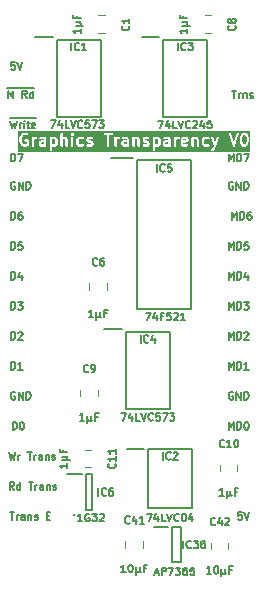
<source format=gto>
%TF.GenerationSoftware,KiCad,Pcbnew,8.0.7*%
%TF.CreationDate,2025-01-03T13:53:50+02:00*%
%TF.ProjectId,Graphics Transparency,47726170-6869-4637-9320-5472616e7370,V1*%
%TF.SameCoordinates,Original*%
%TF.FileFunction,Legend,Top*%
%TF.FilePolarity,Positive*%
%FSLAX46Y46*%
G04 Gerber Fmt 4.6, Leading zero omitted, Abs format (unit mm)*
G04 Created by KiCad (PCBNEW 8.0.7) date 2025-01-03 13:53:50*
%MOMM*%
%LPD*%
G01*
G04 APERTURE LIST*
%ADD10C,0.150000*%
%ADD11C,0.200000*%
%ADD12C,0.120000*%
G04 APERTURE END LIST*
D10*
X1205398Y-32670963D02*
X1356588Y-33305963D01*
X1356588Y-33305963D02*
X1477541Y-32852391D01*
X1477541Y-32852391D02*
X1598493Y-33305963D01*
X1598493Y-33305963D02*
X1749684Y-32670963D01*
X1991588Y-33305963D02*
X1991588Y-32882629D01*
X1991588Y-33003582D02*
X2021826Y-32943105D01*
X2021826Y-32943105D02*
X2052064Y-32912867D01*
X2052064Y-32912867D02*
X2112540Y-32882629D01*
X2112540Y-32882629D02*
X2173017Y-32882629D01*
X2777779Y-32670963D02*
X3140636Y-32670963D01*
X2959207Y-33305963D02*
X2959207Y-32670963D01*
X3352303Y-33305963D02*
X3352303Y-32882629D01*
X3352303Y-33003582D02*
X3382541Y-32943105D01*
X3382541Y-32943105D02*
X3412779Y-32912867D01*
X3412779Y-32912867D02*
X3473255Y-32882629D01*
X3473255Y-32882629D02*
X3533732Y-32882629D01*
X4017541Y-33305963D02*
X4017541Y-32973344D01*
X4017541Y-32973344D02*
X3987303Y-32912867D01*
X3987303Y-32912867D02*
X3926827Y-32882629D01*
X3926827Y-32882629D02*
X3805874Y-32882629D01*
X3805874Y-32882629D02*
X3745398Y-32912867D01*
X4017541Y-33275725D02*
X3957065Y-33305963D01*
X3957065Y-33305963D02*
X3805874Y-33305963D01*
X3805874Y-33305963D02*
X3745398Y-33275725D01*
X3745398Y-33275725D02*
X3715160Y-33215248D01*
X3715160Y-33215248D02*
X3715160Y-33154772D01*
X3715160Y-33154772D02*
X3745398Y-33094296D01*
X3745398Y-33094296D02*
X3805874Y-33064058D01*
X3805874Y-33064058D02*
X3957065Y-33064058D01*
X3957065Y-33064058D02*
X4017541Y-33033820D01*
X4319922Y-32882629D02*
X4319922Y-33305963D01*
X4319922Y-32943105D02*
X4350160Y-32912867D01*
X4350160Y-32912867D02*
X4410636Y-32882629D01*
X4410636Y-32882629D02*
X4501351Y-32882629D01*
X4501351Y-32882629D02*
X4561827Y-32912867D01*
X4561827Y-32912867D02*
X4592065Y-32973344D01*
X4592065Y-32973344D02*
X4592065Y-33305963D01*
X4864208Y-33275725D02*
X4924684Y-33305963D01*
X4924684Y-33305963D02*
X5045636Y-33305963D01*
X5045636Y-33305963D02*
X5106113Y-33275725D01*
X5106113Y-33275725D02*
X5136351Y-33215248D01*
X5136351Y-33215248D02*
X5136351Y-33185010D01*
X5136351Y-33185010D02*
X5106113Y-33124534D01*
X5106113Y-33124534D02*
X5045636Y-33094296D01*
X5045636Y-33094296D02*
X4954922Y-33094296D01*
X4954922Y-33094296D02*
X4894446Y-33064058D01*
X4894446Y-33064058D02*
X4864208Y-33003582D01*
X4864208Y-33003582D02*
X4864208Y-32973344D01*
X4864208Y-32973344D02*
X4894446Y-32912867D01*
X4894446Y-32912867D02*
X4954922Y-32882629D01*
X4954922Y-32882629D02*
X5045636Y-32882629D01*
X5045636Y-32882629D02*
X5106113Y-32912867D01*
X19804030Y-18065963D02*
X19804030Y-17430963D01*
X19804030Y-17430963D02*
X20015697Y-17884534D01*
X20015697Y-17884534D02*
X20227363Y-17430963D01*
X20227363Y-17430963D02*
X20227363Y-18065963D01*
X20529744Y-18065963D02*
X20529744Y-17430963D01*
X20529744Y-17430963D02*
X20680934Y-17430963D01*
X20680934Y-17430963D02*
X20771649Y-17461201D01*
X20771649Y-17461201D02*
X20832125Y-17521677D01*
X20832125Y-17521677D02*
X20862363Y-17582153D01*
X20862363Y-17582153D02*
X20892601Y-17703105D01*
X20892601Y-17703105D02*
X20892601Y-17793820D01*
X20892601Y-17793820D02*
X20862363Y-17914772D01*
X20862363Y-17914772D02*
X20832125Y-17975248D01*
X20832125Y-17975248D02*
X20771649Y-18035725D01*
X20771649Y-18035725D02*
X20680934Y-18065963D01*
X20680934Y-18065963D02*
X20529744Y-18065963D01*
X21436887Y-17642629D02*
X21436887Y-18065963D01*
X21285696Y-17400725D02*
X21134506Y-17854296D01*
X21134506Y-17854296D02*
X21527601Y-17854296D01*
X19804030Y-25685963D02*
X19804030Y-25050963D01*
X19804030Y-25050963D02*
X20015697Y-25504534D01*
X20015697Y-25504534D02*
X20227363Y-25050963D01*
X20227363Y-25050963D02*
X20227363Y-25685963D01*
X20529744Y-25685963D02*
X20529744Y-25050963D01*
X20529744Y-25050963D02*
X20680934Y-25050963D01*
X20680934Y-25050963D02*
X20771649Y-25081201D01*
X20771649Y-25081201D02*
X20832125Y-25141677D01*
X20832125Y-25141677D02*
X20862363Y-25202153D01*
X20862363Y-25202153D02*
X20892601Y-25323105D01*
X20892601Y-25323105D02*
X20892601Y-25413820D01*
X20892601Y-25413820D02*
X20862363Y-25534772D01*
X20862363Y-25534772D02*
X20832125Y-25595248D01*
X20832125Y-25595248D02*
X20771649Y-25655725D01*
X20771649Y-25655725D02*
X20680934Y-25685963D01*
X20680934Y-25685963D02*
X20529744Y-25685963D01*
X21497363Y-25685963D02*
X21134506Y-25685963D01*
X21315934Y-25685963D02*
X21315934Y-25050963D01*
X21315934Y-25050963D02*
X21255458Y-25141677D01*
X21255458Y-25141677D02*
X21194982Y-25202153D01*
X21194982Y-25202153D02*
X21134506Y-25232391D01*
X1725493Y-27621201D02*
X1665017Y-27590963D01*
X1665017Y-27590963D02*
X1574303Y-27590963D01*
X1574303Y-27590963D02*
X1483588Y-27621201D01*
X1483588Y-27621201D02*
X1423112Y-27681677D01*
X1423112Y-27681677D02*
X1392874Y-27742153D01*
X1392874Y-27742153D02*
X1362636Y-27863105D01*
X1362636Y-27863105D02*
X1362636Y-27953820D01*
X1362636Y-27953820D02*
X1392874Y-28074772D01*
X1392874Y-28074772D02*
X1423112Y-28135248D01*
X1423112Y-28135248D02*
X1483588Y-28195725D01*
X1483588Y-28195725D02*
X1574303Y-28225963D01*
X1574303Y-28225963D02*
X1634779Y-28225963D01*
X1634779Y-28225963D02*
X1725493Y-28195725D01*
X1725493Y-28195725D02*
X1755731Y-28165486D01*
X1755731Y-28165486D02*
X1755731Y-27953820D01*
X1755731Y-27953820D02*
X1634779Y-27953820D01*
X2027874Y-28225963D02*
X2027874Y-27590963D01*
X2027874Y-27590963D02*
X2390731Y-28225963D01*
X2390731Y-28225963D02*
X2390731Y-27590963D01*
X2693112Y-28225963D02*
X2693112Y-27590963D01*
X2693112Y-27590963D02*
X2844302Y-27590963D01*
X2844302Y-27590963D02*
X2935017Y-27621201D01*
X2935017Y-27621201D02*
X2995493Y-27681677D01*
X2995493Y-27681677D02*
X3025731Y-27742153D01*
X3025731Y-27742153D02*
X3055969Y-27863105D01*
X3055969Y-27863105D02*
X3055969Y-27953820D01*
X3055969Y-27953820D02*
X3025731Y-28074772D01*
X3025731Y-28074772D02*
X2995493Y-28135248D01*
X2995493Y-28135248D02*
X2935017Y-28195725D01*
X2935017Y-28195725D02*
X2844302Y-28225963D01*
X2844302Y-28225963D02*
X2693112Y-28225963D01*
X20094315Y-2063963D02*
X20457172Y-2063963D01*
X20275743Y-2698963D02*
X20275743Y-2063963D01*
X20668839Y-2698963D02*
X20668839Y-2275629D01*
X20668839Y-2396582D02*
X20699077Y-2336105D01*
X20699077Y-2336105D02*
X20729315Y-2305867D01*
X20729315Y-2305867D02*
X20789791Y-2275629D01*
X20789791Y-2275629D02*
X20850268Y-2275629D01*
X21061934Y-2275629D02*
X21061934Y-2698963D01*
X21061934Y-2336105D02*
X21092172Y-2305867D01*
X21092172Y-2305867D02*
X21152648Y-2275629D01*
X21152648Y-2275629D02*
X21243363Y-2275629D01*
X21243363Y-2275629D02*
X21303839Y-2305867D01*
X21303839Y-2305867D02*
X21334077Y-2366344D01*
X21334077Y-2366344D02*
X21334077Y-2698963D01*
X21606220Y-2668725D02*
X21666696Y-2698963D01*
X21666696Y-2698963D02*
X21787648Y-2698963D01*
X21787648Y-2698963D02*
X21848125Y-2668725D01*
X21848125Y-2668725D02*
X21878363Y-2608248D01*
X21878363Y-2608248D02*
X21878363Y-2578010D01*
X21878363Y-2578010D02*
X21848125Y-2517534D01*
X21848125Y-2517534D02*
X21787648Y-2487296D01*
X21787648Y-2487296D02*
X21696934Y-2487296D01*
X21696934Y-2487296D02*
X21636458Y-2457058D01*
X21636458Y-2457058D02*
X21606220Y-2396582D01*
X21606220Y-2396582D02*
X21606220Y-2366344D01*
X21606220Y-2366344D02*
X21636458Y-2305867D01*
X21636458Y-2305867D02*
X21696934Y-2275629D01*
X21696934Y-2275629D02*
X21787648Y-2275629D01*
X21787648Y-2275629D02*
X21848125Y-2305867D01*
X1392874Y-20605963D02*
X1392874Y-19970963D01*
X1392874Y-19970963D02*
X1544064Y-19970963D01*
X1544064Y-19970963D02*
X1634779Y-20001201D01*
X1634779Y-20001201D02*
X1695255Y-20061677D01*
X1695255Y-20061677D02*
X1725493Y-20122153D01*
X1725493Y-20122153D02*
X1755731Y-20243105D01*
X1755731Y-20243105D02*
X1755731Y-20333820D01*
X1755731Y-20333820D02*
X1725493Y-20454772D01*
X1725493Y-20454772D02*
X1695255Y-20515248D01*
X1695255Y-20515248D02*
X1634779Y-20575725D01*
X1634779Y-20575725D02*
X1544064Y-20605963D01*
X1544064Y-20605963D02*
X1392874Y-20605963D01*
X1967398Y-19970963D02*
X2360493Y-19970963D01*
X2360493Y-19970963D02*
X2148826Y-20212867D01*
X2148826Y-20212867D02*
X2239541Y-20212867D01*
X2239541Y-20212867D02*
X2300017Y-20243105D01*
X2300017Y-20243105D02*
X2330255Y-20273344D01*
X2330255Y-20273344D02*
X2360493Y-20333820D01*
X2360493Y-20333820D02*
X2360493Y-20485010D01*
X2360493Y-20485010D02*
X2330255Y-20545486D01*
X2330255Y-20545486D02*
X2300017Y-20575725D01*
X2300017Y-20575725D02*
X2239541Y-20605963D01*
X2239541Y-20605963D02*
X2058112Y-20605963D01*
X2058112Y-20605963D02*
X1997636Y-20575725D01*
X1997636Y-20575725D02*
X1967398Y-20545486D01*
X20922839Y-37750963D02*
X20620458Y-37750963D01*
X20620458Y-37750963D02*
X20590220Y-38053344D01*
X20590220Y-38053344D02*
X20620458Y-38023105D01*
X20620458Y-38023105D02*
X20680934Y-37992867D01*
X20680934Y-37992867D02*
X20832125Y-37992867D01*
X20832125Y-37992867D02*
X20892601Y-38023105D01*
X20892601Y-38023105D02*
X20922839Y-38053344D01*
X20922839Y-38053344D02*
X20953077Y-38113820D01*
X20953077Y-38113820D02*
X20953077Y-38265010D01*
X20953077Y-38265010D02*
X20922839Y-38325486D01*
X20922839Y-38325486D02*
X20892601Y-38355725D01*
X20892601Y-38355725D02*
X20832125Y-38385963D01*
X20832125Y-38385963D02*
X20680934Y-38385963D01*
X20680934Y-38385963D02*
X20620458Y-38355725D01*
X20620458Y-38355725D02*
X20590220Y-38325486D01*
X21134506Y-37750963D02*
X21346172Y-38385963D01*
X21346172Y-38385963D02*
X21557839Y-37750963D01*
X19804030Y-15525963D02*
X19804030Y-14890963D01*
X19804030Y-14890963D02*
X20015697Y-15344534D01*
X20015697Y-15344534D02*
X20227363Y-14890963D01*
X20227363Y-14890963D02*
X20227363Y-15525963D01*
X20529744Y-15525963D02*
X20529744Y-14890963D01*
X20529744Y-14890963D02*
X20680934Y-14890963D01*
X20680934Y-14890963D02*
X20771649Y-14921201D01*
X20771649Y-14921201D02*
X20832125Y-14981677D01*
X20832125Y-14981677D02*
X20862363Y-15042153D01*
X20862363Y-15042153D02*
X20892601Y-15163105D01*
X20892601Y-15163105D02*
X20892601Y-15253820D01*
X20892601Y-15253820D02*
X20862363Y-15374772D01*
X20862363Y-15374772D02*
X20832125Y-15435248D01*
X20832125Y-15435248D02*
X20771649Y-15495725D01*
X20771649Y-15495725D02*
X20680934Y-15525963D01*
X20680934Y-15525963D02*
X20529744Y-15525963D01*
X21467125Y-14890963D02*
X21164744Y-14890963D01*
X21164744Y-14890963D02*
X21134506Y-15193344D01*
X21134506Y-15193344D02*
X21164744Y-15163105D01*
X21164744Y-15163105D02*
X21225220Y-15132867D01*
X21225220Y-15132867D02*
X21376411Y-15132867D01*
X21376411Y-15132867D02*
X21436887Y-15163105D01*
X21436887Y-15163105D02*
X21467125Y-15193344D01*
X21467125Y-15193344D02*
X21497363Y-15253820D01*
X21497363Y-15253820D02*
X21497363Y-15405010D01*
X21497363Y-15405010D02*
X21467125Y-15465486D01*
X21467125Y-15465486D02*
X21436887Y-15495725D01*
X21436887Y-15495725D02*
X21376411Y-15525963D01*
X21376411Y-15525963D02*
X21225220Y-15525963D01*
X21225220Y-15525963D02*
X21164744Y-15495725D01*
X21164744Y-15495725D02*
X21134506Y-15465486D01*
X20058030Y-12985963D02*
X20058030Y-12350963D01*
X20058030Y-12350963D02*
X20269697Y-12804534D01*
X20269697Y-12804534D02*
X20481363Y-12350963D01*
X20481363Y-12350963D02*
X20481363Y-12985963D01*
X20783744Y-12985963D02*
X20783744Y-12350963D01*
X20783744Y-12350963D02*
X20934934Y-12350963D01*
X20934934Y-12350963D02*
X21025649Y-12381201D01*
X21025649Y-12381201D02*
X21086125Y-12441677D01*
X21086125Y-12441677D02*
X21116363Y-12502153D01*
X21116363Y-12502153D02*
X21146601Y-12623105D01*
X21146601Y-12623105D02*
X21146601Y-12713820D01*
X21146601Y-12713820D02*
X21116363Y-12834772D01*
X21116363Y-12834772D02*
X21086125Y-12895248D01*
X21086125Y-12895248D02*
X21025649Y-12955725D01*
X21025649Y-12955725D02*
X20934934Y-12985963D01*
X20934934Y-12985963D02*
X20783744Y-12985963D01*
X21690887Y-12350963D02*
X21569934Y-12350963D01*
X21569934Y-12350963D02*
X21509458Y-12381201D01*
X21509458Y-12381201D02*
X21479220Y-12411439D01*
X21479220Y-12411439D02*
X21418744Y-12502153D01*
X21418744Y-12502153D02*
X21388506Y-12623105D01*
X21388506Y-12623105D02*
X21388506Y-12865010D01*
X21388506Y-12865010D02*
X21418744Y-12925486D01*
X21418744Y-12925486D02*
X21448982Y-12955725D01*
X21448982Y-12955725D02*
X21509458Y-12985963D01*
X21509458Y-12985963D02*
X21630411Y-12985963D01*
X21630411Y-12985963D02*
X21690887Y-12955725D01*
X21690887Y-12955725D02*
X21721125Y-12925486D01*
X21721125Y-12925486D02*
X21751363Y-12865010D01*
X21751363Y-12865010D02*
X21751363Y-12713820D01*
X21751363Y-12713820D02*
X21721125Y-12653344D01*
X21721125Y-12653344D02*
X21690887Y-12623105D01*
X21690887Y-12623105D02*
X21630411Y-12592867D01*
X21630411Y-12592867D02*
X21509458Y-12592867D01*
X21509458Y-12592867D02*
X21448982Y-12623105D01*
X21448982Y-12623105D02*
X21418744Y-12653344D01*
X21418744Y-12653344D02*
X21388506Y-12713820D01*
X1138874Y-2698963D02*
X1138874Y-2063963D01*
X1138874Y-2063963D02*
X1350541Y-2517534D01*
X1350541Y-2517534D02*
X1562207Y-2063963D01*
X1562207Y-2063963D02*
X1562207Y-2698963D01*
X2711255Y-2698963D02*
X2499588Y-2396582D01*
X2348398Y-2698963D02*
X2348398Y-2063963D01*
X2348398Y-2063963D02*
X2590303Y-2063963D01*
X2590303Y-2063963D02*
X2650779Y-2094201D01*
X2650779Y-2094201D02*
X2681017Y-2124439D01*
X2681017Y-2124439D02*
X2711255Y-2184915D01*
X2711255Y-2184915D02*
X2711255Y-2275629D01*
X2711255Y-2275629D02*
X2681017Y-2336105D01*
X2681017Y-2336105D02*
X2650779Y-2366344D01*
X2650779Y-2366344D02*
X2590303Y-2396582D01*
X2590303Y-2396582D02*
X2348398Y-2396582D01*
X3255541Y-2698963D02*
X3255541Y-2063963D01*
X3255541Y-2668725D02*
X3195065Y-2698963D01*
X3195065Y-2698963D02*
X3074112Y-2698963D01*
X3074112Y-2698963D02*
X3013636Y-2668725D01*
X3013636Y-2668725D02*
X2983398Y-2638486D01*
X2983398Y-2638486D02*
X2953160Y-2578010D01*
X2953160Y-2578010D02*
X2953160Y-2396582D01*
X2953160Y-2396582D02*
X2983398Y-2336105D01*
X2983398Y-2336105D02*
X3013636Y-2305867D01*
X3013636Y-2305867D02*
X3074112Y-2275629D01*
X3074112Y-2275629D02*
X3195065Y-2275629D01*
X3195065Y-2275629D02*
X3255541Y-2305867D01*
X1051184Y-1887675D02*
X3343232Y-1887675D01*
X1628731Y-35845963D02*
X1417064Y-35543582D01*
X1265874Y-35845963D02*
X1265874Y-35210963D01*
X1265874Y-35210963D02*
X1507779Y-35210963D01*
X1507779Y-35210963D02*
X1568255Y-35241201D01*
X1568255Y-35241201D02*
X1598493Y-35271439D01*
X1598493Y-35271439D02*
X1628731Y-35331915D01*
X1628731Y-35331915D02*
X1628731Y-35422629D01*
X1628731Y-35422629D02*
X1598493Y-35483105D01*
X1598493Y-35483105D02*
X1568255Y-35513344D01*
X1568255Y-35513344D02*
X1507779Y-35543582D01*
X1507779Y-35543582D02*
X1265874Y-35543582D01*
X2173017Y-35845963D02*
X2173017Y-35210963D01*
X2173017Y-35815725D02*
X2112541Y-35845963D01*
X2112541Y-35845963D02*
X1991588Y-35845963D01*
X1991588Y-35845963D02*
X1931112Y-35815725D01*
X1931112Y-35815725D02*
X1900874Y-35785486D01*
X1900874Y-35785486D02*
X1870636Y-35725010D01*
X1870636Y-35725010D02*
X1870636Y-35543582D01*
X1870636Y-35543582D02*
X1900874Y-35483105D01*
X1900874Y-35483105D02*
X1931112Y-35452867D01*
X1931112Y-35452867D02*
X1991588Y-35422629D01*
X1991588Y-35422629D02*
X2112541Y-35422629D01*
X2112541Y-35422629D02*
X2173017Y-35452867D01*
X2868494Y-35210963D02*
X3231351Y-35210963D01*
X3049922Y-35845963D02*
X3049922Y-35210963D01*
X3443018Y-35845963D02*
X3443018Y-35422629D01*
X3443018Y-35543582D02*
X3473256Y-35483105D01*
X3473256Y-35483105D02*
X3503494Y-35452867D01*
X3503494Y-35452867D02*
X3563970Y-35422629D01*
X3563970Y-35422629D02*
X3624447Y-35422629D01*
X4108256Y-35845963D02*
X4108256Y-35513344D01*
X4108256Y-35513344D02*
X4078018Y-35452867D01*
X4078018Y-35452867D02*
X4017542Y-35422629D01*
X4017542Y-35422629D02*
X3896589Y-35422629D01*
X3896589Y-35422629D02*
X3836113Y-35452867D01*
X4108256Y-35815725D02*
X4047780Y-35845963D01*
X4047780Y-35845963D02*
X3896589Y-35845963D01*
X3896589Y-35845963D02*
X3836113Y-35815725D01*
X3836113Y-35815725D02*
X3805875Y-35755248D01*
X3805875Y-35755248D02*
X3805875Y-35694772D01*
X3805875Y-35694772D02*
X3836113Y-35634296D01*
X3836113Y-35634296D02*
X3896589Y-35604058D01*
X3896589Y-35604058D02*
X4047780Y-35604058D01*
X4047780Y-35604058D02*
X4108256Y-35573820D01*
X4410637Y-35422629D02*
X4410637Y-35845963D01*
X4410637Y-35483105D02*
X4440875Y-35452867D01*
X4440875Y-35452867D02*
X4501351Y-35422629D01*
X4501351Y-35422629D02*
X4592066Y-35422629D01*
X4592066Y-35422629D02*
X4652542Y-35452867D01*
X4652542Y-35452867D02*
X4682780Y-35513344D01*
X4682780Y-35513344D02*
X4682780Y-35845963D01*
X4954923Y-35815725D02*
X5015399Y-35845963D01*
X5015399Y-35845963D02*
X5136351Y-35845963D01*
X5136351Y-35845963D02*
X5196828Y-35815725D01*
X5196828Y-35815725D02*
X5227066Y-35755248D01*
X5227066Y-35755248D02*
X5227066Y-35725010D01*
X5227066Y-35725010D02*
X5196828Y-35664534D01*
X5196828Y-35664534D02*
X5136351Y-35634296D01*
X5136351Y-35634296D02*
X5045637Y-35634296D01*
X5045637Y-35634296D02*
X4985161Y-35604058D01*
X4985161Y-35604058D02*
X4954923Y-35543582D01*
X4954923Y-35543582D02*
X4954923Y-35513344D01*
X4954923Y-35513344D02*
X4985161Y-35452867D01*
X4985161Y-35452867D02*
X5045637Y-35422629D01*
X5045637Y-35422629D02*
X5136351Y-35422629D01*
X5136351Y-35422629D02*
X5196828Y-35452867D01*
X1725493Y-9841201D02*
X1665017Y-9810963D01*
X1665017Y-9810963D02*
X1574303Y-9810963D01*
X1574303Y-9810963D02*
X1483588Y-9841201D01*
X1483588Y-9841201D02*
X1423112Y-9901677D01*
X1423112Y-9901677D02*
X1392874Y-9962153D01*
X1392874Y-9962153D02*
X1362636Y-10083105D01*
X1362636Y-10083105D02*
X1362636Y-10173820D01*
X1362636Y-10173820D02*
X1392874Y-10294772D01*
X1392874Y-10294772D02*
X1423112Y-10355248D01*
X1423112Y-10355248D02*
X1483588Y-10415725D01*
X1483588Y-10415725D02*
X1574303Y-10445963D01*
X1574303Y-10445963D02*
X1634779Y-10445963D01*
X1634779Y-10445963D02*
X1725493Y-10415725D01*
X1725493Y-10415725D02*
X1755731Y-10385486D01*
X1755731Y-10385486D02*
X1755731Y-10173820D01*
X1755731Y-10173820D02*
X1634779Y-10173820D01*
X2027874Y-10445963D02*
X2027874Y-9810963D01*
X2027874Y-9810963D02*
X2390731Y-10445963D01*
X2390731Y-10445963D02*
X2390731Y-9810963D01*
X2693112Y-10445963D02*
X2693112Y-9810963D01*
X2693112Y-9810963D02*
X2844302Y-9810963D01*
X2844302Y-9810963D02*
X2935017Y-9841201D01*
X2935017Y-9841201D02*
X2995493Y-9901677D01*
X2995493Y-9901677D02*
X3025731Y-9962153D01*
X3025731Y-9962153D02*
X3055969Y-10083105D01*
X3055969Y-10083105D02*
X3055969Y-10173820D01*
X3055969Y-10173820D02*
X3025731Y-10294772D01*
X3025731Y-10294772D02*
X2995493Y-10355248D01*
X2995493Y-10355248D02*
X2935017Y-10415725D01*
X2935017Y-10415725D02*
X2844302Y-10445963D01*
X2844302Y-10445963D02*
X2693112Y-10445963D01*
X1392874Y-8032963D02*
X1392874Y-7397963D01*
X1392874Y-7397963D02*
X1544064Y-7397963D01*
X1544064Y-7397963D02*
X1634779Y-7428201D01*
X1634779Y-7428201D02*
X1695255Y-7488677D01*
X1695255Y-7488677D02*
X1725493Y-7549153D01*
X1725493Y-7549153D02*
X1755731Y-7670105D01*
X1755731Y-7670105D02*
X1755731Y-7760820D01*
X1755731Y-7760820D02*
X1725493Y-7881772D01*
X1725493Y-7881772D02*
X1695255Y-7942248D01*
X1695255Y-7942248D02*
X1634779Y-8002725D01*
X1634779Y-8002725D02*
X1544064Y-8032963D01*
X1544064Y-8032963D02*
X1392874Y-8032963D01*
X1967398Y-7397963D02*
X2390731Y-7397963D01*
X2390731Y-7397963D02*
X2118588Y-8032963D01*
X19804030Y-8032963D02*
X19804030Y-7397963D01*
X19804030Y-7397963D02*
X20015697Y-7851534D01*
X20015697Y-7851534D02*
X20227363Y-7397963D01*
X20227363Y-7397963D02*
X20227363Y-8032963D01*
X20529744Y-8032963D02*
X20529744Y-7397963D01*
X20529744Y-7397963D02*
X20680934Y-7397963D01*
X20680934Y-7397963D02*
X20771649Y-7428201D01*
X20771649Y-7428201D02*
X20832125Y-7488677D01*
X20832125Y-7488677D02*
X20862363Y-7549153D01*
X20862363Y-7549153D02*
X20892601Y-7670105D01*
X20892601Y-7670105D02*
X20892601Y-7760820D01*
X20892601Y-7760820D02*
X20862363Y-7881772D01*
X20862363Y-7881772D02*
X20832125Y-7942248D01*
X20832125Y-7942248D02*
X20771649Y-8002725D01*
X20771649Y-8002725D02*
X20680934Y-8032963D01*
X20680934Y-8032963D02*
X20529744Y-8032963D01*
X21104268Y-7397963D02*
X21527601Y-7397963D01*
X21527601Y-7397963D02*
X21255458Y-8032963D01*
X1519874Y-30765963D02*
X1519874Y-30130963D01*
X1519874Y-30130963D02*
X1671064Y-30130963D01*
X1671064Y-30130963D02*
X1761779Y-30161201D01*
X1761779Y-30161201D02*
X1822255Y-30221677D01*
X1822255Y-30221677D02*
X1852493Y-30282153D01*
X1852493Y-30282153D02*
X1882731Y-30403105D01*
X1882731Y-30403105D02*
X1882731Y-30493820D01*
X1882731Y-30493820D02*
X1852493Y-30614772D01*
X1852493Y-30614772D02*
X1822255Y-30675248D01*
X1822255Y-30675248D02*
X1761779Y-30735725D01*
X1761779Y-30735725D02*
X1671064Y-30765963D01*
X1671064Y-30765963D02*
X1519874Y-30765963D01*
X2275826Y-30130963D02*
X2336303Y-30130963D01*
X2336303Y-30130963D02*
X2396779Y-30161201D01*
X2396779Y-30161201D02*
X2427017Y-30191439D01*
X2427017Y-30191439D02*
X2457255Y-30251915D01*
X2457255Y-30251915D02*
X2487493Y-30372867D01*
X2487493Y-30372867D02*
X2487493Y-30524058D01*
X2487493Y-30524058D02*
X2457255Y-30645010D01*
X2457255Y-30645010D02*
X2427017Y-30705486D01*
X2427017Y-30705486D02*
X2396779Y-30735725D01*
X2396779Y-30735725D02*
X2336303Y-30765963D01*
X2336303Y-30765963D02*
X2275826Y-30765963D01*
X2275826Y-30765963D02*
X2215350Y-30735725D01*
X2215350Y-30735725D02*
X2185112Y-30705486D01*
X2185112Y-30705486D02*
X2154874Y-30645010D01*
X2154874Y-30645010D02*
X2124636Y-30524058D01*
X2124636Y-30524058D02*
X2124636Y-30372867D01*
X2124636Y-30372867D02*
X2154874Y-30251915D01*
X2154874Y-30251915D02*
X2185112Y-30191439D01*
X2185112Y-30191439D02*
X2215350Y-30161201D01*
X2215350Y-30161201D02*
X2275826Y-30130963D01*
X19804030Y-20605963D02*
X19804030Y-19970963D01*
X19804030Y-19970963D02*
X20015697Y-20424534D01*
X20015697Y-20424534D02*
X20227363Y-19970963D01*
X20227363Y-19970963D02*
X20227363Y-20605963D01*
X20529744Y-20605963D02*
X20529744Y-19970963D01*
X20529744Y-19970963D02*
X20680934Y-19970963D01*
X20680934Y-19970963D02*
X20771649Y-20001201D01*
X20771649Y-20001201D02*
X20832125Y-20061677D01*
X20832125Y-20061677D02*
X20862363Y-20122153D01*
X20862363Y-20122153D02*
X20892601Y-20243105D01*
X20892601Y-20243105D02*
X20892601Y-20333820D01*
X20892601Y-20333820D02*
X20862363Y-20454772D01*
X20862363Y-20454772D02*
X20832125Y-20515248D01*
X20832125Y-20515248D02*
X20771649Y-20575725D01*
X20771649Y-20575725D02*
X20680934Y-20605963D01*
X20680934Y-20605963D02*
X20529744Y-20605963D01*
X21104268Y-19970963D02*
X21497363Y-19970963D01*
X21497363Y-19970963D02*
X21285696Y-20212867D01*
X21285696Y-20212867D02*
X21376411Y-20212867D01*
X21376411Y-20212867D02*
X21436887Y-20243105D01*
X21436887Y-20243105D02*
X21467125Y-20273344D01*
X21467125Y-20273344D02*
X21497363Y-20333820D01*
X21497363Y-20333820D02*
X21497363Y-20485010D01*
X21497363Y-20485010D02*
X21467125Y-20545486D01*
X21467125Y-20545486D02*
X21436887Y-20575725D01*
X21436887Y-20575725D02*
X21376411Y-20605963D01*
X21376411Y-20605963D02*
X21194982Y-20605963D01*
X21194982Y-20605963D02*
X21134506Y-20575725D01*
X21134506Y-20575725D02*
X21104268Y-20545486D01*
X20166887Y-9841201D02*
X20106411Y-9810963D01*
X20106411Y-9810963D02*
X20015697Y-9810963D01*
X20015697Y-9810963D02*
X19924982Y-9841201D01*
X19924982Y-9841201D02*
X19864506Y-9901677D01*
X19864506Y-9901677D02*
X19834268Y-9962153D01*
X19834268Y-9962153D02*
X19804030Y-10083105D01*
X19804030Y-10083105D02*
X19804030Y-10173820D01*
X19804030Y-10173820D02*
X19834268Y-10294772D01*
X19834268Y-10294772D02*
X19864506Y-10355248D01*
X19864506Y-10355248D02*
X19924982Y-10415725D01*
X19924982Y-10415725D02*
X20015697Y-10445963D01*
X20015697Y-10445963D02*
X20076173Y-10445963D01*
X20076173Y-10445963D02*
X20166887Y-10415725D01*
X20166887Y-10415725D02*
X20197125Y-10385486D01*
X20197125Y-10385486D02*
X20197125Y-10173820D01*
X20197125Y-10173820D02*
X20076173Y-10173820D01*
X20469268Y-10445963D02*
X20469268Y-9810963D01*
X20469268Y-9810963D02*
X20832125Y-10445963D01*
X20832125Y-10445963D02*
X20832125Y-9810963D01*
X21134506Y-10445963D02*
X21134506Y-9810963D01*
X21134506Y-9810963D02*
X21285696Y-9810963D01*
X21285696Y-9810963D02*
X21376411Y-9841201D01*
X21376411Y-9841201D02*
X21436887Y-9901677D01*
X21436887Y-9901677D02*
X21467125Y-9962153D01*
X21467125Y-9962153D02*
X21497363Y-10083105D01*
X21497363Y-10083105D02*
X21497363Y-10173820D01*
X21497363Y-10173820D02*
X21467125Y-10294772D01*
X21467125Y-10294772D02*
X21436887Y-10355248D01*
X21436887Y-10355248D02*
X21376411Y-10415725D01*
X21376411Y-10415725D02*
X21285696Y-10445963D01*
X21285696Y-10445963D02*
X21134506Y-10445963D01*
X1302160Y-37750963D02*
X1665017Y-37750963D01*
X1483588Y-38385963D02*
X1483588Y-37750963D01*
X1876684Y-38385963D02*
X1876684Y-37962629D01*
X1876684Y-38083582D02*
X1906922Y-38023105D01*
X1906922Y-38023105D02*
X1937160Y-37992867D01*
X1937160Y-37992867D02*
X1997636Y-37962629D01*
X1997636Y-37962629D02*
X2058113Y-37962629D01*
X2541922Y-38385963D02*
X2541922Y-38053344D01*
X2541922Y-38053344D02*
X2511684Y-37992867D01*
X2511684Y-37992867D02*
X2451208Y-37962629D01*
X2451208Y-37962629D02*
X2330255Y-37962629D01*
X2330255Y-37962629D02*
X2269779Y-37992867D01*
X2541922Y-38355725D02*
X2481446Y-38385963D01*
X2481446Y-38385963D02*
X2330255Y-38385963D01*
X2330255Y-38385963D02*
X2269779Y-38355725D01*
X2269779Y-38355725D02*
X2239541Y-38295248D01*
X2239541Y-38295248D02*
X2239541Y-38234772D01*
X2239541Y-38234772D02*
X2269779Y-38174296D01*
X2269779Y-38174296D02*
X2330255Y-38144058D01*
X2330255Y-38144058D02*
X2481446Y-38144058D01*
X2481446Y-38144058D02*
X2541922Y-38113820D01*
X2844303Y-37962629D02*
X2844303Y-38385963D01*
X2844303Y-38023105D02*
X2874541Y-37992867D01*
X2874541Y-37992867D02*
X2935017Y-37962629D01*
X2935017Y-37962629D02*
X3025732Y-37962629D01*
X3025732Y-37962629D02*
X3086208Y-37992867D01*
X3086208Y-37992867D02*
X3116446Y-38053344D01*
X3116446Y-38053344D02*
X3116446Y-38385963D01*
X3388589Y-38355725D02*
X3449065Y-38385963D01*
X3449065Y-38385963D02*
X3570017Y-38385963D01*
X3570017Y-38385963D02*
X3630494Y-38355725D01*
X3630494Y-38355725D02*
X3660732Y-38295248D01*
X3660732Y-38295248D02*
X3660732Y-38265010D01*
X3660732Y-38265010D02*
X3630494Y-38204534D01*
X3630494Y-38204534D02*
X3570017Y-38174296D01*
X3570017Y-38174296D02*
X3479303Y-38174296D01*
X3479303Y-38174296D02*
X3418827Y-38144058D01*
X3418827Y-38144058D02*
X3388589Y-38083582D01*
X3388589Y-38083582D02*
X3388589Y-38053344D01*
X3388589Y-38053344D02*
X3418827Y-37992867D01*
X3418827Y-37992867D02*
X3479303Y-37962629D01*
X3479303Y-37962629D02*
X3570017Y-37962629D01*
X3570017Y-37962629D02*
X3630494Y-37992867D01*
X4416685Y-38053344D02*
X4628352Y-38053344D01*
X4719066Y-38385963D02*
X4416685Y-38385963D01*
X4416685Y-38385963D02*
X4416685Y-37750963D01*
X4416685Y-37750963D02*
X4719066Y-37750963D01*
X1392874Y-12985963D02*
X1392874Y-12350963D01*
X1392874Y-12350963D02*
X1544064Y-12350963D01*
X1544064Y-12350963D02*
X1634779Y-12381201D01*
X1634779Y-12381201D02*
X1695255Y-12441677D01*
X1695255Y-12441677D02*
X1725493Y-12502153D01*
X1725493Y-12502153D02*
X1755731Y-12623105D01*
X1755731Y-12623105D02*
X1755731Y-12713820D01*
X1755731Y-12713820D02*
X1725493Y-12834772D01*
X1725493Y-12834772D02*
X1695255Y-12895248D01*
X1695255Y-12895248D02*
X1634779Y-12955725D01*
X1634779Y-12955725D02*
X1544064Y-12985963D01*
X1544064Y-12985963D02*
X1392874Y-12985963D01*
X2300017Y-12350963D02*
X2179064Y-12350963D01*
X2179064Y-12350963D02*
X2118588Y-12381201D01*
X2118588Y-12381201D02*
X2088350Y-12411439D01*
X2088350Y-12411439D02*
X2027874Y-12502153D01*
X2027874Y-12502153D02*
X1997636Y-12623105D01*
X1997636Y-12623105D02*
X1997636Y-12865010D01*
X1997636Y-12865010D02*
X2027874Y-12925486D01*
X2027874Y-12925486D02*
X2058112Y-12955725D01*
X2058112Y-12955725D02*
X2118588Y-12985963D01*
X2118588Y-12985963D02*
X2239541Y-12985963D01*
X2239541Y-12985963D02*
X2300017Y-12955725D01*
X2300017Y-12955725D02*
X2330255Y-12925486D01*
X2330255Y-12925486D02*
X2360493Y-12865010D01*
X2360493Y-12865010D02*
X2360493Y-12713820D01*
X2360493Y-12713820D02*
X2330255Y-12653344D01*
X2330255Y-12653344D02*
X2300017Y-12623105D01*
X2300017Y-12623105D02*
X2239541Y-12592867D01*
X2239541Y-12592867D02*
X2118588Y-12592867D01*
X2118588Y-12592867D02*
X2058112Y-12623105D01*
X2058112Y-12623105D02*
X2027874Y-12653344D01*
X2027874Y-12653344D02*
X1997636Y-12713820D01*
X20166887Y-27621201D02*
X20106411Y-27590963D01*
X20106411Y-27590963D02*
X20015697Y-27590963D01*
X20015697Y-27590963D02*
X19924982Y-27621201D01*
X19924982Y-27621201D02*
X19864506Y-27681677D01*
X19864506Y-27681677D02*
X19834268Y-27742153D01*
X19834268Y-27742153D02*
X19804030Y-27863105D01*
X19804030Y-27863105D02*
X19804030Y-27953820D01*
X19804030Y-27953820D02*
X19834268Y-28074772D01*
X19834268Y-28074772D02*
X19864506Y-28135248D01*
X19864506Y-28135248D02*
X19924982Y-28195725D01*
X19924982Y-28195725D02*
X20015697Y-28225963D01*
X20015697Y-28225963D02*
X20076173Y-28225963D01*
X20076173Y-28225963D02*
X20166887Y-28195725D01*
X20166887Y-28195725D02*
X20197125Y-28165486D01*
X20197125Y-28165486D02*
X20197125Y-27953820D01*
X20197125Y-27953820D02*
X20076173Y-27953820D01*
X20469268Y-28225963D02*
X20469268Y-27590963D01*
X20469268Y-27590963D02*
X20832125Y-28225963D01*
X20832125Y-28225963D02*
X20832125Y-27590963D01*
X21134506Y-28225963D02*
X21134506Y-27590963D01*
X21134506Y-27590963D02*
X21285696Y-27590963D01*
X21285696Y-27590963D02*
X21376411Y-27621201D01*
X21376411Y-27621201D02*
X21436887Y-27681677D01*
X21436887Y-27681677D02*
X21467125Y-27742153D01*
X21467125Y-27742153D02*
X21497363Y-27863105D01*
X21497363Y-27863105D02*
X21497363Y-27953820D01*
X21497363Y-27953820D02*
X21467125Y-28074772D01*
X21467125Y-28074772D02*
X21436887Y-28135248D01*
X21436887Y-28135248D02*
X21376411Y-28195725D01*
X21376411Y-28195725D02*
X21285696Y-28225963D01*
X21285696Y-28225963D02*
X21134506Y-28225963D01*
X1392874Y-25685963D02*
X1392874Y-25050963D01*
X1392874Y-25050963D02*
X1544064Y-25050963D01*
X1544064Y-25050963D02*
X1634779Y-25081201D01*
X1634779Y-25081201D02*
X1695255Y-25141677D01*
X1695255Y-25141677D02*
X1725493Y-25202153D01*
X1725493Y-25202153D02*
X1755731Y-25323105D01*
X1755731Y-25323105D02*
X1755731Y-25413820D01*
X1755731Y-25413820D02*
X1725493Y-25534772D01*
X1725493Y-25534772D02*
X1695255Y-25595248D01*
X1695255Y-25595248D02*
X1634779Y-25655725D01*
X1634779Y-25655725D02*
X1544064Y-25685963D01*
X1544064Y-25685963D02*
X1392874Y-25685963D01*
X2360493Y-25685963D02*
X1997636Y-25685963D01*
X2179064Y-25685963D02*
X2179064Y-25050963D01*
X2179064Y-25050963D02*
X2118588Y-25141677D01*
X2118588Y-25141677D02*
X2058112Y-25202153D01*
X2058112Y-25202153D02*
X1997636Y-25232391D01*
X19804030Y-23145963D02*
X19804030Y-22510963D01*
X19804030Y-22510963D02*
X20015697Y-22964534D01*
X20015697Y-22964534D02*
X20227363Y-22510963D01*
X20227363Y-22510963D02*
X20227363Y-23145963D01*
X20529744Y-23145963D02*
X20529744Y-22510963D01*
X20529744Y-22510963D02*
X20680934Y-22510963D01*
X20680934Y-22510963D02*
X20771649Y-22541201D01*
X20771649Y-22541201D02*
X20832125Y-22601677D01*
X20832125Y-22601677D02*
X20862363Y-22662153D01*
X20862363Y-22662153D02*
X20892601Y-22783105D01*
X20892601Y-22783105D02*
X20892601Y-22873820D01*
X20892601Y-22873820D02*
X20862363Y-22994772D01*
X20862363Y-22994772D02*
X20832125Y-23055248D01*
X20832125Y-23055248D02*
X20771649Y-23115725D01*
X20771649Y-23115725D02*
X20680934Y-23145963D01*
X20680934Y-23145963D02*
X20529744Y-23145963D01*
X21134506Y-22571439D02*
X21164744Y-22541201D01*
X21164744Y-22541201D02*
X21225220Y-22510963D01*
X21225220Y-22510963D02*
X21376411Y-22510963D01*
X21376411Y-22510963D02*
X21436887Y-22541201D01*
X21436887Y-22541201D02*
X21467125Y-22571439D01*
X21467125Y-22571439D02*
X21497363Y-22631915D01*
X21497363Y-22631915D02*
X21497363Y-22692391D01*
X21497363Y-22692391D02*
X21467125Y-22783105D01*
X21467125Y-22783105D02*
X21104268Y-23145963D01*
X21104268Y-23145963D02*
X21497363Y-23145963D01*
X1392874Y-18065963D02*
X1392874Y-17430963D01*
X1392874Y-17430963D02*
X1544064Y-17430963D01*
X1544064Y-17430963D02*
X1634779Y-17461201D01*
X1634779Y-17461201D02*
X1695255Y-17521677D01*
X1695255Y-17521677D02*
X1725493Y-17582153D01*
X1725493Y-17582153D02*
X1755731Y-17703105D01*
X1755731Y-17703105D02*
X1755731Y-17793820D01*
X1755731Y-17793820D02*
X1725493Y-17914772D01*
X1725493Y-17914772D02*
X1695255Y-17975248D01*
X1695255Y-17975248D02*
X1634779Y-18035725D01*
X1634779Y-18035725D02*
X1544064Y-18065963D01*
X1544064Y-18065963D02*
X1392874Y-18065963D01*
X2300017Y-17642629D02*
X2300017Y-18065963D01*
X2148826Y-17400725D02*
X1997636Y-17854296D01*
X1997636Y-17854296D02*
X2390731Y-17854296D01*
X19804030Y-30765963D02*
X19804030Y-30130963D01*
X19804030Y-30130963D02*
X20015697Y-30584534D01*
X20015697Y-30584534D02*
X20227363Y-30130963D01*
X20227363Y-30130963D02*
X20227363Y-30765963D01*
X20529744Y-30765963D02*
X20529744Y-30130963D01*
X20529744Y-30130963D02*
X20680934Y-30130963D01*
X20680934Y-30130963D02*
X20771649Y-30161201D01*
X20771649Y-30161201D02*
X20832125Y-30221677D01*
X20832125Y-30221677D02*
X20862363Y-30282153D01*
X20862363Y-30282153D02*
X20892601Y-30403105D01*
X20892601Y-30403105D02*
X20892601Y-30493820D01*
X20892601Y-30493820D02*
X20862363Y-30614772D01*
X20862363Y-30614772D02*
X20832125Y-30675248D01*
X20832125Y-30675248D02*
X20771649Y-30735725D01*
X20771649Y-30735725D02*
X20680934Y-30765963D01*
X20680934Y-30765963D02*
X20529744Y-30765963D01*
X21285696Y-30130963D02*
X21346173Y-30130963D01*
X21346173Y-30130963D02*
X21406649Y-30161201D01*
X21406649Y-30161201D02*
X21436887Y-30191439D01*
X21436887Y-30191439D02*
X21467125Y-30251915D01*
X21467125Y-30251915D02*
X21497363Y-30372867D01*
X21497363Y-30372867D02*
X21497363Y-30524058D01*
X21497363Y-30524058D02*
X21467125Y-30645010D01*
X21467125Y-30645010D02*
X21436887Y-30705486D01*
X21436887Y-30705486D02*
X21406649Y-30735725D01*
X21406649Y-30735725D02*
X21346173Y-30765963D01*
X21346173Y-30765963D02*
X21285696Y-30765963D01*
X21285696Y-30765963D02*
X21225220Y-30735725D01*
X21225220Y-30735725D02*
X21194982Y-30705486D01*
X21194982Y-30705486D02*
X21164744Y-30645010D01*
X21164744Y-30645010D02*
X21134506Y-30524058D01*
X21134506Y-30524058D02*
X21134506Y-30372867D01*
X21134506Y-30372867D02*
X21164744Y-30251915D01*
X21164744Y-30251915D02*
X21194982Y-30191439D01*
X21194982Y-30191439D02*
X21225220Y-30161201D01*
X21225220Y-30161201D02*
X21285696Y-30130963D01*
X1695255Y349036D02*
X1392874Y349036D01*
X1392874Y349036D02*
X1362636Y46655D01*
X1362636Y46655D02*
X1392874Y76894D01*
X1392874Y76894D02*
X1453350Y107132D01*
X1453350Y107132D02*
X1604541Y107132D01*
X1604541Y107132D02*
X1665017Y76894D01*
X1665017Y76894D02*
X1695255Y46655D01*
X1695255Y46655D02*
X1725493Y-13820D01*
X1725493Y-13820D02*
X1725493Y-165010D01*
X1725493Y-165010D02*
X1695255Y-225486D01*
X1695255Y-225486D02*
X1665017Y-255725D01*
X1665017Y-255725D02*
X1604541Y-285963D01*
X1604541Y-285963D02*
X1453350Y-285963D01*
X1453350Y-285963D02*
X1392874Y-255725D01*
X1392874Y-255725D02*
X1362636Y-225486D01*
X1906922Y349036D02*
X2118588Y-285963D01*
X2118588Y-285963D02*
X2330255Y349036D01*
X1392874Y-23145963D02*
X1392874Y-22510963D01*
X1392874Y-22510963D02*
X1544064Y-22510963D01*
X1544064Y-22510963D02*
X1634779Y-22541201D01*
X1634779Y-22541201D02*
X1695255Y-22601677D01*
X1695255Y-22601677D02*
X1725493Y-22662153D01*
X1725493Y-22662153D02*
X1755731Y-22783105D01*
X1755731Y-22783105D02*
X1755731Y-22873820D01*
X1755731Y-22873820D02*
X1725493Y-22994772D01*
X1725493Y-22994772D02*
X1695255Y-23055248D01*
X1695255Y-23055248D02*
X1634779Y-23115725D01*
X1634779Y-23115725D02*
X1544064Y-23145963D01*
X1544064Y-23145963D02*
X1392874Y-23145963D01*
X1997636Y-22571439D02*
X2027874Y-22541201D01*
X2027874Y-22541201D02*
X2088350Y-22510963D01*
X2088350Y-22510963D02*
X2239541Y-22510963D01*
X2239541Y-22510963D02*
X2300017Y-22541201D01*
X2300017Y-22541201D02*
X2330255Y-22571439D01*
X2330255Y-22571439D02*
X2360493Y-22631915D01*
X2360493Y-22631915D02*
X2360493Y-22692391D01*
X2360493Y-22692391D02*
X2330255Y-22783105D01*
X2330255Y-22783105D02*
X1967398Y-23145963D01*
X1967398Y-23145963D02*
X2360493Y-23145963D01*
X1332398Y-4603963D02*
X1483588Y-5238963D01*
X1483588Y-5238963D02*
X1604541Y-4785391D01*
X1604541Y-4785391D02*
X1725493Y-5238963D01*
X1725493Y-5238963D02*
X1876684Y-4603963D01*
X2118588Y-5238963D02*
X2118588Y-4815629D01*
X2118588Y-4936582D02*
X2148826Y-4876105D01*
X2148826Y-4876105D02*
X2179064Y-4845867D01*
X2179064Y-4845867D02*
X2239540Y-4815629D01*
X2239540Y-4815629D02*
X2300017Y-4815629D01*
X2511683Y-5238963D02*
X2511683Y-4815629D01*
X2511683Y-4603963D02*
X2481445Y-4634201D01*
X2481445Y-4634201D02*
X2511683Y-4664439D01*
X2511683Y-4664439D02*
X2541921Y-4634201D01*
X2541921Y-4634201D02*
X2511683Y-4603963D01*
X2511683Y-4603963D02*
X2511683Y-4664439D01*
X2723350Y-4815629D02*
X2965254Y-4815629D01*
X2814064Y-4603963D02*
X2814064Y-5148248D01*
X2814064Y-5148248D02*
X2844302Y-5208725D01*
X2844302Y-5208725D02*
X2904778Y-5238963D01*
X2904778Y-5238963D02*
X2965254Y-5238963D01*
X3418826Y-5208725D02*
X3358350Y-5238963D01*
X3358350Y-5238963D02*
X3237397Y-5238963D01*
X3237397Y-5238963D02*
X3176921Y-5208725D01*
X3176921Y-5208725D02*
X3146683Y-5148248D01*
X3146683Y-5148248D02*
X3146683Y-4906344D01*
X3146683Y-4906344D02*
X3176921Y-4845867D01*
X3176921Y-4845867D02*
X3237397Y-4815629D01*
X3237397Y-4815629D02*
X3358350Y-4815629D01*
X3358350Y-4815629D02*
X3418826Y-4845867D01*
X3418826Y-4845867D02*
X3449064Y-4906344D01*
X3449064Y-4906344D02*
X3449064Y-4966820D01*
X3449064Y-4966820D02*
X3146683Y-5027296D01*
X1305184Y-4427675D02*
X3506517Y-4427675D01*
D11*
G36*
X5085096Y-6188357D02*
G01*
X5109765Y-6213025D01*
X5139570Y-6272635D01*
X5139570Y-6511135D01*
X5109765Y-6570743D01*
X5085096Y-6595413D01*
X5025487Y-6625219D01*
X4882225Y-6625219D01*
X4863380Y-6615796D01*
X4863380Y-6167974D01*
X4882225Y-6158552D01*
X5025487Y-6158552D01*
X5085096Y-6188357D01*
G37*
G36*
X13799383Y-6188357D02*
G01*
X13824052Y-6213025D01*
X13853857Y-6272635D01*
X13853857Y-6511135D01*
X13824052Y-6570743D01*
X13799383Y-6595413D01*
X13739774Y-6625219D01*
X13596512Y-6625219D01*
X13577667Y-6615796D01*
X13577667Y-6167974D01*
X13596512Y-6158552D01*
X13739774Y-6158552D01*
X13799383Y-6188357D01*
G37*
G36*
X4187189Y-6615796D02*
G01*
X4168344Y-6625219D01*
X3977463Y-6625219D01*
X3933153Y-6603064D01*
X3910999Y-6558754D01*
X3910999Y-6510730D01*
X3933154Y-6466420D01*
X3977463Y-6444266D01*
X4187189Y-6444266D01*
X4187189Y-6615796D01*
G37*
G36*
X11187190Y-6615796D02*
G01*
X11168345Y-6625219D01*
X10977464Y-6625219D01*
X10933154Y-6603064D01*
X10911000Y-6558754D01*
X10911000Y-6510730D01*
X10933155Y-6466420D01*
X10977464Y-6444266D01*
X11187190Y-6444266D01*
X11187190Y-6615796D01*
G37*
G36*
X14711000Y-6615796D02*
G01*
X14692155Y-6625219D01*
X14501274Y-6625219D01*
X14456964Y-6603064D01*
X14434810Y-6558754D01*
X14434810Y-6510730D01*
X14456965Y-6466420D01*
X14501274Y-6444266D01*
X14711000Y-6444266D01*
X14711000Y-6615796D01*
G37*
G36*
X16212655Y-6180707D02*
G01*
X16230105Y-6215607D01*
X15958620Y-6269904D01*
X15958620Y-6225016D01*
X15980775Y-6180706D01*
X16025084Y-6158552D01*
X16168346Y-6158552D01*
X16212655Y-6180707D01*
G37*
G36*
X21227956Y-5855024D02*
G01*
X21252625Y-5879692D01*
X21288078Y-5950599D01*
X21330049Y-6118480D01*
X21330049Y-6331956D01*
X21288078Y-6499837D01*
X21252625Y-6570743D01*
X21227956Y-6595413D01*
X21168347Y-6625219D01*
X21120323Y-6625219D01*
X21060713Y-6595414D01*
X21036046Y-6570746D01*
X21000591Y-6499837D01*
X20958621Y-6331956D01*
X20958621Y-6118481D01*
X21000591Y-5950599D01*
X21036045Y-5879692D01*
X21060713Y-5855023D01*
X21120323Y-5825219D01*
X21168347Y-5825219D01*
X21227956Y-5855024D01*
G37*
G36*
X21641160Y-7268878D02*
G01*
X1980840Y-7268878D01*
X1980840Y-6153790D01*
X2091951Y-6153790D01*
X2091951Y-6296647D01*
X2092286Y-6300049D01*
X2092069Y-6301508D01*
X2093148Y-6308805D01*
X2093872Y-6316156D01*
X2094436Y-6317519D01*
X2094937Y-6320901D01*
X2142556Y-6511376D01*
X2143069Y-6512813D01*
X2143121Y-6513536D01*
X2146229Y-6521660D01*
X2149151Y-6529837D01*
X2149581Y-6530417D01*
X2150127Y-6531844D01*
X2197746Y-6627082D01*
X2203028Y-6635474D01*
X2204041Y-6637918D01*
X2206297Y-6640667D01*
X2208189Y-6643672D01*
X2210183Y-6645401D01*
X2216478Y-6653071D01*
X2311716Y-6748311D01*
X2326869Y-6760747D01*
X2330188Y-6762122D01*
X2332904Y-6764477D01*
X2350804Y-6772468D01*
X2493661Y-6820087D01*
X2503333Y-6822286D01*
X2505775Y-6823298D01*
X2509312Y-6823646D01*
X2512776Y-6824434D01*
X2515410Y-6824246D01*
X2525284Y-6825219D01*
X2620522Y-6825219D01*
X2630395Y-6824246D01*
X2633029Y-6824434D01*
X2636492Y-6823646D01*
X2640031Y-6823298D01*
X2642473Y-6822286D01*
X2652145Y-6820087D01*
X2795001Y-6772468D01*
X2812902Y-6764477D01*
X2815617Y-6762122D01*
X2818937Y-6760747D01*
X2834090Y-6748310D01*
X2881709Y-6700690D01*
X2894146Y-6685537D01*
X2908373Y-6651188D01*
X2909077Y-6649489D01*
X2910998Y-6629980D01*
X2910998Y-6296647D01*
X2909077Y-6277138D01*
X2894145Y-6241090D01*
X2866555Y-6213500D01*
X2830507Y-6198568D01*
X2810998Y-6196647D01*
X2620522Y-6196647D01*
X2601013Y-6198568D01*
X2564965Y-6213500D01*
X2537375Y-6241090D01*
X2522443Y-6277138D01*
X2522443Y-6316156D01*
X2537375Y-6352204D01*
X2564965Y-6379794D01*
X2601013Y-6394726D01*
X2620522Y-6396647D01*
X2710998Y-6396647D01*
X2710998Y-6588559D01*
X2709359Y-6590197D01*
X2604295Y-6625219D01*
X2541510Y-6625219D01*
X2436445Y-6590197D01*
X2369375Y-6523127D01*
X2333921Y-6452218D01*
X2291951Y-6284337D01*
X2291951Y-6166100D01*
X2318838Y-6058552D01*
X3139570Y-6058552D01*
X3139570Y-6725219D01*
X3141491Y-6744728D01*
X3156423Y-6780776D01*
X3184013Y-6808366D01*
X3220061Y-6823298D01*
X3259079Y-6823298D01*
X3295127Y-6808366D01*
X3322717Y-6780776D01*
X3337649Y-6744728D01*
X3339570Y-6725219D01*
X3339570Y-6487123D01*
X3710999Y-6487123D01*
X3710999Y-6582361D01*
X3712920Y-6601870D01*
X3714295Y-6605190D01*
X3714550Y-6608773D01*
X3721556Y-6627082D01*
X3769175Y-6722321D01*
X3771228Y-6725584D01*
X3771742Y-6727123D01*
X3773404Y-6729039D01*
X3779618Y-6738911D01*
X3789089Y-6747125D01*
X3797306Y-6756600D01*
X3807176Y-6762812D01*
X3809094Y-6764476D01*
X3810634Y-6764989D01*
X3813897Y-6767043D01*
X3909134Y-6814662D01*
X3927443Y-6821668D01*
X3931026Y-6821922D01*
X3934347Y-6823298D01*
X3953856Y-6825219D01*
X4191951Y-6825219D01*
X4211460Y-6823298D01*
X4214780Y-6821922D01*
X4218364Y-6821668D01*
X4236672Y-6814662D01*
X4241275Y-6812360D01*
X4267680Y-6823298D01*
X4306698Y-6823298D01*
X4342746Y-6808366D01*
X4370336Y-6780776D01*
X4385268Y-6744728D01*
X4387189Y-6725219D01*
X4387189Y-6201409D01*
X4385268Y-6181900D01*
X4383892Y-6178579D01*
X4383638Y-6174996D01*
X4376632Y-6156687D01*
X4329013Y-6061450D01*
X4327188Y-6058552D01*
X4663380Y-6058552D01*
X4663380Y-7058552D01*
X4665301Y-7078061D01*
X4680233Y-7114109D01*
X4707823Y-7141699D01*
X4743871Y-7156631D01*
X4782889Y-7156631D01*
X4818937Y-7141699D01*
X4846527Y-7114109D01*
X4861459Y-7078061D01*
X4863380Y-7058552D01*
X4863380Y-6825219D01*
X5049094Y-6825219D01*
X5068603Y-6823298D01*
X5071923Y-6821922D01*
X5075507Y-6821668D01*
X5093815Y-6814662D01*
X5189053Y-6767043D01*
X5197448Y-6761758D01*
X5199890Y-6760747D01*
X5202637Y-6758491D01*
X5205643Y-6756600D01*
X5207373Y-6754605D01*
X5215043Y-6748310D01*
X5262662Y-6700690D01*
X5268954Y-6693023D01*
X5270951Y-6691292D01*
X5272844Y-6688284D01*
X5275099Y-6685537D01*
X5276110Y-6683095D01*
X5281394Y-6674701D01*
X5329013Y-6579464D01*
X5336019Y-6561155D01*
X5336273Y-6557571D01*
X5337649Y-6554251D01*
X5339570Y-6534742D01*
X5339570Y-6249028D01*
X5337649Y-6229519D01*
X5336273Y-6226198D01*
X5336019Y-6222615D01*
X5329013Y-6204306D01*
X5281394Y-6109069D01*
X5276108Y-6100672D01*
X5275098Y-6098232D01*
X5272844Y-6095486D01*
X5270951Y-6092478D01*
X5268953Y-6090745D01*
X5262661Y-6083079D01*
X5215043Y-6035460D01*
X5207372Y-6029165D01*
X5205643Y-6027171D01*
X5202635Y-6025277D01*
X5199889Y-6023024D01*
X5197449Y-6022013D01*
X5189053Y-6016728D01*
X5093815Y-5969109D01*
X5075507Y-5962103D01*
X5071923Y-5961848D01*
X5068603Y-5960473D01*
X5049094Y-5958552D01*
X4858618Y-5958552D01*
X4839109Y-5960473D01*
X4835788Y-5961848D01*
X4832205Y-5962103D01*
X4813896Y-5969109D01*
X4809293Y-5971410D01*
X4782889Y-5960473D01*
X4743871Y-5960473D01*
X4707823Y-5975405D01*
X4680233Y-6002995D01*
X4665301Y-6039043D01*
X4663380Y-6058552D01*
X4327188Y-6058552D01*
X4326958Y-6058186D01*
X4326446Y-6056648D01*
X4324784Y-6054732D01*
X4318570Y-6044859D01*
X4309094Y-6036641D01*
X4300881Y-6027171D01*
X4291009Y-6020957D01*
X4289093Y-6019295D01*
X4287554Y-6018781D01*
X4284291Y-6016728D01*
X4189053Y-5969109D01*
X4170745Y-5962103D01*
X4167161Y-5961848D01*
X4163841Y-5960473D01*
X4144332Y-5958552D01*
X3953856Y-5958552D01*
X3934347Y-5960473D01*
X3931026Y-5961848D01*
X3927443Y-5962103D01*
X3909134Y-5969109D01*
X3813897Y-6016728D01*
X3797306Y-6027171D01*
X3771742Y-6056648D01*
X3759403Y-6093664D01*
X3762169Y-6132584D01*
X3779618Y-6167483D01*
X3809095Y-6193047D01*
X3846111Y-6205386D01*
X3885031Y-6202620D01*
X3903339Y-6195614D01*
X3977463Y-6158552D01*
X4120725Y-6158552D01*
X4165034Y-6180707D01*
X4187189Y-6225016D01*
X4187189Y-6234843D01*
X4168344Y-6244266D01*
X3953856Y-6244266D01*
X3934347Y-6246187D01*
X3931026Y-6247562D01*
X3927443Y-6247817D01*
X3909134Y-6254823D01*
X3813897Y-6302442D01*
X3810633Y-6304496D01*
X3809095Y-6305009D01*
X3807179Y-6306670D01*
X3797306Y-6312885D01*
X3789088Y-6322360D01*
X3779618Y-6330574D01*
X3773404Y-6340445D01*
X3771742Y-6342362D01*
X3771228Y-6343900D01*
X3769175Y-6347164D01*
X3721556Y-6442402D01*
X3714550Y-6460710D01*
X3714295Y-6464293D01*
X3712920Y-6467614D01*
X3710999Y-6487123D01*
X3339570Y-6487123D01*
X3339570Y-6272635D01*
X3369375Y-6213025D01*
X3394043Y-6188356D01*
X3453653Y-6158552D01*
X3525284Y-6158552D01*
X3544793Y-6156631D01*
X3580841Y-6141699D01*
X3608431Y-6114109D01*
X3623363Y-6078061D01*
X3623363Y-6039043D01*
X3608431Y-6002995D01*
X3580841Y-5975405D01*
X3544793Y-5960473D01*
X3525284Y-5958552D01*
X3430046Y-5958552D01*
X3410537Y-5960473D01*
X3407216Y-5961848D01*
X3403633Y-5962103D01*
X3385324Y-5969109D01*
X3320995Y-6001273D01*
X3295127Y-5975405D01*
X3259079Y-5960473D01*
X3220061Y-5960473D01*
X3184013Y-5975405D01*
X3156423Y-6002995D01*
X3141491Y-6039043D01*
X3139570Y-6058552D01*
X2318838Y-6058552D01*
X2333921Y-5998218D01*
X2369374Y-5927312D01*
X2436446Y-5860240D01*
X2541510Y-5825219D01*
X2644534Y-5825219D01*
X2718657Y-5862281D01*
X2736966Y-5869287D01*
X2775886Y-5872053D01*
X2812902Y-5859714D01*
X2842379Y-5834149D01*
X2859828Y-5799251D01*
X2862593Y-5760331D01*
X2850890Y-5725219D01*
X5568142Y-5725219D01*
X5568142Y-6725219D01*
X5570063Y-6744728D01*
X5584995Y-6780776D01*
X5612585Y-6808366D01*
X5648633Y-6823298D01*
X5687651Y-6823298D01*
X5723699Y-6808366D01*
X5751289Y-6780776D01*
X5766221Y-6744728D01*
X5768142Y-6725219D01*
X5768142Y-6195211D01*
X5774996Y-6188356D01*
X5834606Y-6158552D01*
X5930249Y-6158552D01*
X5974558Y-6180707D01*
X5996713Y-6225016D01*
X5996713Y-6725219D01*
X5998634Y-6744728D01*
X6013566Y-6780776D01*
X6041156Y-6808366D01*
X6077204Y-6823298D01*
X6116222Y-6823298D01*
X6152270Y-6808366D01*
X6179860Y-6780776D01*
X6194792Y-6744728D01*
X6196713Y-6725219D01*
X6196713Y-6201409D01*
X6194792Y-6181900D01*
X6193416Y-6178579D01*
X6193162Y-6174996D01*
X6186156Y-6156687D01*
X6138537Y-6061450D01*
X6136712Y-6058552D01*
X6472904Y-6058552D01*
X6472904Y-6725219D01*
X6474825Y-6744728D01*
X6489757Y-6780776D01*
X6517347Y-6808366D01*
X6553395Y-6823298D01*
X6592413Y-6823298D01*
X6628461Y-6808366D01*
X6656051Y-6780776D01*
X6670983Y-6744728D01*
X6672904Y-6725219D01*
X6672904Y-6249028D01*
X6901475Y-6249028D01*
X6901475Y-6534742D01*
X6903396Y-6554251D01*
X6904771Y-6557571D01*
X6905026Y-6561155D01*
X6912032Y-6579463D01*
X6959651Y-6674701D01*
X6964934Y-6683093D01*
X6965946Y-6685537D01*
X6968202Y-6688286D01*
X6970094Y-6691291D01*
X6972088Y-6693020D01*
X6978383Y-6700690D01*
X7026001Y-6748310D01*
X7033669Y-6754603D01*
X7035401Y-6756600D01*
X7038409Y-6758493D01*
X7041155Y-6760747D01*
X7043595Y-6761757D01*
X7051992Y-6767043D01*
X7147229Y-6814662D01*
X7165538Y-6821668D01*
X7169121Y-6821922D01*
X7172442Y-6823298D01*
X7191951Y-6825219D01*
X7382427Y-6825219D01*
X7401936Y-6823298D01*
X7405256Y-6821922D01*
X7408840Y-6821668D01*
X7427148Y-6814662D01*
X7522386Y-6767043D01*
X7538976Y-6756600D01*
X7564541Y-6727123D01*
X7576879Y-6690107D01*
X7574114Y-6651187D01*
X7556665Y-6616289D01*
X7527188Y-6590724D01*
X7490172Y-6578385D01*
X7451252Y-6581151D01*
X7432943Y-6588157D01*
X7358820Y-6625219D01*
X7215558Y-6625219D01*
X7155948Y-6595414D01*
X7131281Y-6570746D01*
X7101475Y-6511134D01*
X7101475Y-6272635D01*
X7131280Y-6213025D01*
X7155948Y-6188356D01*
X7215558Y-6158552D01*
X7358820Y-6158552D01*
X7432943Y-6195614D01*
X7451252Y-6202620D01*
X7490172Y-6205386D01*
X7502103Y-6201409D01*
X7758618Y-6201409D01*
X7758618Y-6249028D01*
X7760539Y-6268537D01*
X7761914Y-6271857D01*
X7762169Y-6275441D01*
X7769175Y-6293749D01*
X7816794Y-6388987D01*
X7818847Y-6392250D01*
X7819361Y-6393789D01*
X7821023Y-6395705D01*
X7827237Y-6405577D01*
X7836707Y-6413790D01*
X7844925Y-6423266D01*
X7854798Y-6429480D01*
X7856714Y-6431142D01*
X7858252Y-6431654D01*
X7861516Y-6433709D01*
X7956753Y-6481328D01*
X7975062Y-6488334D01*
X7978645Y-6488588D01*
X7981966Y-6489964D01*
X8001475Y-6491885D01*
X8120725Y-6491885D01*
X8165034Y-6514040D01*
X8187189Y-6558349D01*
X8187189Y-6558754D01*
X8165034Y-6603063D01*
X8120725Y-6625219D01*
X7977463Y-6625219D01*
X7903339Y-6588157D01*
X7885031Y-6581151D01*
X7846111Y-6578385D01*
X7809095Y-6590724D01*
X7779618Y-6616288D01*
X7762169Y-6651187D01*
X7759403Y-6690107D01*
X7771742Y-6727123D01*
X7797306Y-6756600D01*
X7813897Y-6767043D01*
X7909134Y-6814662D01*
X7927443Y-6821668D01*
X7931026Y-6821922D01*
X7934347Y-6823298D01*
X7953856Y-6825219D01*
X8144332Y-6825219D01*
X8163841Y-6823298D01*
X8167161Y-6821922D01*
X8170745Y-6821668D01*
X8189053Y-6814662D01*
X8284291Y-6767043D01*
X8287553Y-6764989D01*
X8289093Y-6764476D01*
X8291009Y-6762813D01*
X8300881Y-6756600D01*
X8309096Y-6747126D01*
X8318570Y-6738911D01*
X8324783Y-6729039D01*
X8326446Y-6727123D01*
X8326958Y-6725584D01*
X8329013Y-6722321D01*
X8376632Y-6627082D01*
X8383638Y-6608774D01*
X8383892Y-6605190D01*
X8385268Y-6601870D01*
X8387189Y-6582361D01*
X8387189Y-6534742D01*
X8385268Y-6515233D01*
X8383892Y-6511912D01*
X8383638Y-6508329D01*
X8376632Y-6490020D01*
X8329013Y-6394783D01*
X8326958Y-6391519D01*
X8326446Y-6389981D01*
X8324784Y-6388065D01*
X8318570Y-6378192D01*
X8309094Y-6369974D01*
X8300881Y-6360504D01*
X8291009Y-6354290D01*
X8289093Y-6352628D01*
X8287554Y-6352114D01*
X8284291Y-6350061D01*
X8189053Y-6302442D01*
X8170745Y-6295436D01*
X8167161Y-6295181D01*
X8163841Y-6293806D01*
X8144332Y-6291885D01*
X8025082Y-6291885D01*
X7980773Y-6269730D01*
X7958618Y-6225420D01*
X7958618Y-6225016D01*
X7980773Y-6180706D01*
X8025082Y-6158552D01*
X8120725Y-6158552D01*
X8194848Y-6195614D01*
X8213157Y-6202620D01*
X8252077Y-6205386D01*
X8289093Y-6193047D01*
X8318570Y-6167482D01*
X8336019Y-6132584D01*
X8338784Y-6093664D01*
X8326446Y-6056648D01*
X8300881Y-6027171D01*
X8284291Y-6016728D01*
X8189053Y-5969109D01*
X8170745Y-5962103D01*
X8167161Y-5961848D01*
X8163841Y-5960473D01*
X8144332Y-5958552D01*
X8001475Y-5958552D01*
X7981966Y-5960473D01*
X7978645Y-5961848D01*
X7975062Y-5962103D01*
X7956753Y-5969109D01*
X7861516Y-6016728D01*
X7858252Y-6018782D01*
X7856714Y-6019295D01*
X7854798Y-6020956D01*
X7844925Y-6027171D01*
X7836707Y-6036646D01*
X7827237Y-6044860D01*
X7821023Y-6054731D01*
X7819361Y-6056648D01*
X7818847Y-6058186D01*
X7816794Y-6061450D01*
X7769175Y-6156688D01*
X7762169Y-6174996D01*
X7761914Y-6178579D01*
X7760539Y-6181900D01*
X7758618Y-6201409D01*
X7502103Y-6201409D01*
X7527188Y-6193047D01*
X7556665Y-6167482D01*
X7574114Y-6132584D01*
X7576879Y-6093664D01*
X7564541Y-6056648D01*
X7538976Y-6027171D01*
X7522386Y-6016728D01*
X7427148Y-5969109D01*
X7408840Y-5962103D01*
X7405256Y-5961848D01*
X7401936Y-5960473D01*
X7382427Y-5958552D01*
X7191951Y-5958552D01*
X7172442Y-5960473D01*
X7169121Y-5961848D01*
X7165538Y-5962103D01*
X7147229Y-5969109D01*
X7051992Y-6016728D01*
X7043595Y-6022013D01*
X7041155Y-6023024D01*
X7038409Y-6025277D01*
X7035401Y-6027171D01*
X7033668Y-6029168D01*
X7026002Y-6035461D01*
X6978383Y-6083079D01*
X6972088Y-6090749D01*
X6970094Y-6092479D01*
X6968200Y-6095486D01*
X6965947Y-6098233D01*
X6964936Y-6100672D01*
X6959651Y-6109069D01*
X6912032Y-6204307D01*
X6905026Y-6222615D01*
X6904771Y-6226198D01*
X6903396Y-6229519D01*
X6901475Y-6249028D01*
X6672904Y-6249028D01*
X6672904Y-6058552D01*
X6670983Y-6039043D01*
X6656051Y-6002995D01*
X6628461Y-5975405D01*
X6592413Y-5960473D01*
X6553395Y-5960473D01*
X6517347Y-5975405D01*
X6489757Y-6002995D01*
X6474825Y-6039043D01*
X6472904Y-6058552D01*
X6136712Y-6058552D01*
X6136482Y-6058186D01*
X6135970Y-6056648D01*
X6134308Y-6054732D01*
X6128094Y-6044859D01*
X6118618Y-6036641D01*
X6110405Y-6027171D01*
X6100533Y-6020957D01*
X6098617Y-6019295D01*
X6097078Y-6018781D01*
X6093815Y-6016728D01*
X5998577Y-5969109D01*
X5980269Y-5962103D01*
X5976685Y-5961848D01*
X5973365Y-5960473D01*
X5953856Y-5958552D01*
X5810999Y-5958552D01*
X5791490Y-5960473D01*
X5788169Y-5961848D01*
X5784586Y-5962103D01*
X5768142Y-5968395D01*
X5768142Y-5753329D01*
X6427206Y-5753329D01*
X6427206Y-5792347D01*
X6442138Y-5828395D01*
X6454574Y-5843549D01*
X6502193Y-5891167D01*
X6517346Y-5903604D01*
X6527904Y-5907977D01*
X6553395Y-5918536D01*
X6592413Y-5918536D01*
X6628461Y-5903604D01*
X6643615Y-5891168D01*
X6691233Y-5843549D01*
X6703670Y-5828396D01*
X6718601Y-5792347D01*
X6718601Y-5753329D01*
X6715741Y-5746425D01*
X6703670Y-5717280D01*
X6694174Y-5705710D01*
X9236730Y-5705710D01*
X9236730Y-5744728D01*
X9251662Y-5780776D01*
X9279252Y-5808366D01*
X9315300Y-5823298D01*
X9334809Y-5825219D01*
X9520523Y-5825219D01*
X9520523Y-6725219D01*
X9522444Y-6744728D01*
X9537376Y-6780776D01*
X9564966Y-6808366D01*
X9601014Y-6823298D01*
X9640032Y-6823298D01*
X9676080Y-6808366D01*
X9703670Y-6780776D01*
X9718602Y-6744728D01*
X9720523Y-6725219D01*
X9720523Y-6058552D01*
X10139571Y-6058552D01*
X10139571Y-6725219D01*
X10141492Y-6744728D01*
X10156424Y-6780776D01*
X10184014Y-6808366D01*
X10220062Y-6823298D01*
X10259080Y-6823298D01*
X10295128Y-6808366D01*
X10322718Y-6780776D01*
X10337650Y-6744728D01*
X10339571Y-6725219D01*
X10339571Y-6487123D01*
X10711000Y-6487123D01*
X10711000Y-6582361D01*
X10712921Y-6601870D01*
X10714296Y-6605190D01*
X10714551Y-6608773D01*
X10721557Y-6627082D01*
X10769176Y-6722321D01*
X10771229Y-6725584D01*
X10771743Y-6727123D01*
X10773405Y-6729039D01*
X10779619Y-6738911D01*
X10789090Y-6747125D01*
X10797307Y-6756600D01*
X10807177Y-6762812D01*
X10809095Y-6764476D01*
X10810635Y-6764989D01*
X10813898Y-6767043D01*
X10909135Y-6814662D01*
X10927444Y-6821668D01*
X10931027Y-6821922D01*
X10934348Y-6823298D01*
X10953857Y-6825219D01*
X11191952Y-6825219D01*
X11211461Y-6823298D01*
X11214781Y-6821922D01*
X11218365Y-6821668D01*
X11236673Y-6814662D01*
X11241276Y-6812360D01*
X11267681Y-6823298D01*
X11306699Y-6823298D01*
X11342747Y-6808366D01*
X11370337Y-6780776D01*
X11385269Y-6744728D01*
X11387190Y-6725219D01*
X11387190Y-6201409D01*
X11385269Y-6181900D01*
X11383893Y-6178579D01*
X11383639Y-6174996D01*
X11376633Y-6156687D01*
X11329014Y-6061450D01*
X11327189Y-6058552D01*
X11663381Y-6058552D01*
X11663381Y-6725219D01*
X11665302Y-6744728D01*
X11680234Y-6780776D01*
X11707824Y-6808366D01*
X11743872Y-6823298D01*
X11782890Y-6823298D01*
X11818938Y-6808366D01*
X11846528Y-6780776D01*
X11861460Y-6744728D01*
X11863381Y-6725219D01*
X11863381Y-6195211D01*
X11870235Y-6188356D01*
X11929845Y-6158552D01*
X12025488Y-6158552D01*
X12069797Y-6180707D01*
X12091952Y-6225016D01*
X12091952Y-6725219D01*
X12093873Y-6744728D01*
X12108805Y-6780776D01*
X12136395Y-6808366D01*
X12172443Y-6823298D01*
X12211461Y-6823298D01*
X12247509Y-6808366D01*
X12275099Y-6780776D01*
X12290031Y-6744728D01*
X12291952Y-6725219D01*
X12291952Y-6201409D01*
X12520524Y-6201409D01*
X12520524Y-6249028D01*
X12522445Y-6268537D01*
X12523820Y-6271857D01*
X12524075Y-6275441D01*
X12531081Y-6293749D01*
X12578700Y-6388987D01*
X12580753Y-6392250D01*
X12581267Y-6393789D01*
X12582929Y-6395705D01*
X12589143Y-6405577D01*
X12598613Y-6413790D01*
X12606831Y-6423266D01*
X12616704Y-6429480D01*
X12618620Y-6431142D01*
X12620158Y-6431654D01*
X12623422Y-6433709D01*
X12718659Y-6481328D01*
X12736968Y-6488334D01*
X12740551Y-6488588D01*
X12743872Y-6489964D01*
X12763381Y-6491885D01*
X12882631Y-6491885D01*
X12926940Y-6514040D01*
X12949095Y-6558349D01*
X12949095Y-6558754D01*
X12926940Y-6603063D01*
X12882631Y-6625219D01*
X12739369Y-6625219D01*
X12665245Y-6588157D01*
X12646937Y-6581151D01*
X12608017Y-6578385D01*
X12571001Y-6590724D01*
X12541524Y-6616288D01*
X12524075Y-6651187D01*
X12521309Y-6690107D01*
X12533648Y-6727123D01*
X12559212Y-6756600D01*
X12575803Y-6767043D01*
X12671040Y-6814662D01*
X12689349Y-6821668D01*
X12692932Y-6821922D01*
X12696253Y-6823298D01*
X12715762Y-6825219D01*
X12906238Y-6825219D01*
X12925747Y-6823298D01*
X12929067Y-6821922D01*
X12932651Y-6821668D01*
X12950959Y-6814662D01*
X13046197Y-6767043D01*
X13049459Y-6764989D01*
X13050999Y-6764476D01*
X13052915Y-6762813D01*
X13062787Y-6756600D01*
X13071002Y-6747126D01*
X13080476Y-6738911D01*
X13086689Y-6729039D01*
X13088352Y-6727123D01*
X13088864Y-6725584D01*
X13090919Y-6722321D01*
X13138538Y-6627082D01*
X13145544Y-6608774D01*
X13145798Y-6605190D01*
X13147174Y-6601870D01*
X13149095Y-6582361D01*
X13149095Y-6534742D01*
X13147174Y-6515233D01*
X13145798Y-6511912D01*
X13145544Y-6508329D01*
X13138538Y-6490020D01*
X13090919Y-6394783D01*
X13088864Y-6391519D01*
X13088352Y-6389981D01*
X13086690Y-6388065D01*
X13080476Y-6378192D01*
X13071000Y-6369974D01*
X13062787Y-6360504D01*
X13052915Y-6354290D01*
X13050999Y-6352628D01*
X13049460Y-6352114D01*
X13046197Y-6350061D01*
X12950959Y-6302442D01*
X12932651Y-6295436D01*
X12929067Y-6295181D01*
X12925747Y-6293806D01*
X12906238Y-6291885D01*
X12786988Y-6291885D01*
X12742679Y-6269730D01*
X12720524Y-6225420D01*
X12720524Y-6225016D01*
X12742679Y-6180706D01*
X12786988Y-6158552D01*
X12882631Y-6158552D01*
X12956754Y-6195614D01*
X12975063Y-6202620D01*
X13013983Y-6205386D01*
X13050999Y-6193047D01*
X13080476Y-6167482D01*
X13097925Y-6132584D01*
X13100690Y-6093664D01*
X13088987Y-6058552D01*
X13377667Y-6058552D01*
X13377667Y-7058552D01*
X13379588Y-7078061D01*
X13394520Y-7114109D01*
X13422110Y-7141699D01*
X13458158Y-7156631D01*
X13497176Y-7156631D01*
X13533224Y-7141699D01*
X13560814Y-7114109D01*
X13575746Y-7078061D01*
X13577667Y-7058552D01*
X13577667Y-7046045D01*
X18330834Y-7046045D01*
X18333600Y-7084965D01*
X18351049Y-7119864D01*
X18380526Y-7145428D01*
X18417542Y-7157767D01*
X18456462Y-7155001D01*
X18474770Y-7147995D01*
X18570008Y-7100376D01*
X18578404Y-7095090D01*
X18580844Y-7094080D01*
X18583590Y-7091826D01*
X18586598Y-7089933D01*
X18588327Y-7087938D01*
X18595998Y-7081644D01*
X18643616Y-7034025D01*
X18656053Y-7018872D01*
X18656290Y-7018297D01*
X18656725Y-7017853D01*
X18665754Y-7000453D01*
X18760992Y-6762358D01*
X18761516Y-6760551D01*
X18762318Y-6758853D01*
X19000413Y-6092186D01*
X19005166Y-6073167D01*
X19003228Y-6034197D01*
X18986525Y-5998935D01*
X18957599Y-5972749D01*
X18920854Y-5959626D01*
X18881884Y-5961563D01*
X18846622Y-5978267D01*
X18820435Y-6007192D01*
X18812065Y-6024919D01*
X18668144Y-6427897D01*
X18524223Y-6024918D01*
X18515853Y-6007192D01*
X18489666Y-5978266D01*
X18454404Y-5961563D01*
X18415434Y-5959625D01*
X18378689Y-5972748D01*
X18349763Y-5998935D01*
X18333060Y-6034197D01*
X18331122Y-6073167D01*
X18335875Y-6092186D01*
X18561242Y-6723214D01*
X18487680Y-6907117D01*
X18466051Y-6928746D01*
X18385328Y-6969109D01*
X18368737Y-6979552D01*
X18343173Y-7009029D01*
X18330834Y-7046045D01*
X13577667Y-7046045D01*
X13577667Y-6825219D01*
X13763381Y-6825219D01*
X13782890Y-6823298D01*
X13786210Y-6821922D01*
X13789794Y-6821668D01*
X13808102Y-6814662D01*
X13903340Y-6767043D01*
X13911735Y-6761758D01*
X13914177Y-6760747D01*
X13916924Y-6758491D01*
X13919930Y-6756600D01*
X13921660Y-6754605D01*
X13929330Y-6748310D01*
X13976949Y-6700690D01*
X13983241Y-6693023D01*
X13985238Y-6691292D01*
X13987131Y-6688284D01*
X13989386Y-6685537D01*
X13990397Y-6683095D01*
X13995681Y-6674701D01*
X14043300Y-6579464D01*
X14050306Y-6561155D01*
X14050560Y-6557571D01*
X14051936Y-6554251D01*
X14053857Y-6534742D01*
X14053857Y-6487123D01*
X14234810Y-6487123D01*
X14234810Y-6582361D01*
X14236731Y-6601870D01*
X14238106Y-6605190D01*
X14238361Y-6608773D01*
X14245367Y-6627082D01*
X14292986Y-6722321D01*
X14295039Y-6725584D01*
X14295553Y-6727123D01*
X14297215Y-6729039D01*
X14303429Y-6738911D01*
X14312900Y-6747125D01*
X14321117Y-6756600D01*
X14330987Y-6762812D01*
X14332905Y-6764476D01*
X14334445Y-6764989D01*
X14337708Y-6767043D01*
X14432945Y-6814662D01*
X14451254Y-6821668D01*
X14454837Y-6821922D01*
X14458158Y-6823298D01*
X14477667Y-6825219D01*
X14715762Y-6825219D01*
X14735271Y-6823298D01*
X14738591Y-6821922D01*
X14742175Y-6821668D01*
X14760483Y-6814662D01*
X14765086Y-6812360D01*
X14791491Y-6823298D01*
X14830509Y-6823298D01*
X14866557Y-6808366D01*
X14894147Y-6780776D01*
X14909079Y-6744728D01*
X14911000Y-6725219D01*
X14911000Y-6201409D01*
X14909079Y-6181900D01*
X14907703Y-6178579D01*
X14907449Y-6174996D01*
X14900443Y-6156687D01*
X14852824Y-6061450D01*
X14850999Y-6058552D01*
X15187191Y-6058552D01*
X15187191Y-6725219D01*
X15189112Y-6744728D01*
X15204044Y-6780776D01*
X15231634Y-6808366D01*
X15267682Y-6823298D01*
X15306700Y-6823298D01*
X15342748Y-6808366D01*
X15370338Y-6780776D01*
X15385270Y-6744728D01*
X15387191Y-6725219D01*
X15387191Y-6272635D01*
X15416996Y-6213025D01*
X15428612Y-6201409D01*
X15758620Y-6201409D01*
X15758620Y-6582361D01*
X15760541Y-6601870D01*
X15761916Y-6605190D01*
X15762171Y-6608773D01*
X15769177Y-6627082D01*
X15816796Y-6722321D01*
X15818849Y-6725584D01*
X15819363Y-6727123D01*
X15821025Y-6729039D01*
X15827239Y-6738911D01*
X15836710Y-6747125D01*
X15844927Y-6756600D01*
X15854797Y-6762812D01*
X15856715Y-6764476D01*
X15858255Y-6764989D01*
X15861518Y-6767043D01*
X15956755Y-6814662D01*
X15975064Y-6821668D01*
X15978647Y-6821922D01*
X15981968Y-6823298D01*
X16001477Y-6825219D01*
X16191953Y-6825219D01*
X16211462Y-6823298D01*
X16214782Y-6821922D01*
X16218366Y-6821668D01*
X16236674Y-6814662D01*
X16331912Y-6767043D01*
X16348502Y-6756600D01*
X16374067Y-6727123D01*
X16386405Y-6690107D01*
X16383640Y-6651187D01*
X16366191Y-6616289D01*
X16336714Y-6590724D01*
X16299698Y-6578385D01*
X16260778Y-6581151D01*
X16242469Y-6588157D01*
X16168346Y-6625219D01*
X16025084Y-6625219D01*
X15980774Y-6603064D01*
X15958620Y-6558754D01*
X15958620Y-6473865D01*
X16354316Y-6394726D01*
X16354319Y-6394726D01*
X16354321Y-6394724D01*
X16354421Y-6394705D01*
X16373175Y-6388995D01*
X16381315Y-6383543D01*
X16390367Y-6379794D01*
X16397368Y-6372792D01*
X16405594Y-6367284D01*
X16411028Y-6359132D01*
X16417957Y-6352204D01*
X16421747Y-6343055D01*
X16427238Y-6334819D01*
X16429139Y-6325208D01*
X16432889Y-6316156D01*
X16434810Y-6296647D01*
X16434810Y-6201409D01*
X16432889Y-6181900D01*
X16431513Y-6178579D01*
X16431259Y-6174996D01*
X16424253Y-6156687D01*
X16376634Y-6061450D01*
X16374809Y-6058552D01*
X16663382Y-6058552D01*
X16663382Y-6725219D01*
X16665303Y-6744728D01*
X16680235Y-6780776D01*
X16707825Y-6808366D01*
X16743873Y-6823298D01*
X16782891Y-6823298D01*
X16818939Y-6808366D01*
X16846529Y-6780776D01*
X16861461Y-6744728D01*
X16863382Y-6725219D01*
X16863382Y-6195211D01*
X16870236Y-6188356D01*
X16929846Y-6158552D01*
X17025489Y-6158552D01*
X17069798Y-6180707D01*
X17091953Y-6225016D01*
X17091953Y-6725219D01*
X17093874Y-6744728D01*
X17108806Y-6780776D01*
X17136396Y-6808366D01*
X17172444Y-6823298D01*
X17211462Y-6823298D01*
X17247510Y-6808366D01*
X17275100Y-6780776D01*
X17290032Y-6744728D01*
X17291953Y-6725219D01*
X17291953Y-6249028D01*
X17520525Y-6249028D01*
X17520525Y-6534742D01*
X17522446Y-6554251D01*
X17523821Y-6557571D01*
X17524076Y-6561155D01*
X17531082Y-6579463D01*
X17578701Y-6674701D01*
X17583984Y-6683093D01*
X17584996Y-6685537D01*
X17587252Y-6688286D01*
X17589144Y-6691291D01*
X17591138Y-6693020D01*
X17597433Y-6700690D01*
X17645051Y-6748310D01*
X17652719Y-6754603D01*
X17654451Y-6756600D01*
X17657459Y-6758493D01*
X17660205Y-6760747D01*
X17662645Y-6761757D01*
X17671042Y-6767043D01*
X17766279Y-6814662D01*
X17784588Y-6821668D01*
X17788171Y-6821922D01*
X17791492Y-6823298D01*
X17811001Y-6825219D01*
X18001477Y-6825219D01*
X18020986Y-6823298D01*
X18024306Y-6821922D01*
X18027890Y-6821668D01*
X18046198Y-6814662D01*
X18141436Y-6767043D01*
X18158026Y-6756600D01*
X18183591Y-6727123D01*
X18195929Y-6690107D01*
X18193164Y-6651187D01*
X18175715Y-6616289D01*
X18146238Y-6590724D01*
X18109222Y-6578385D01*
X18070302Y-6581151D01*
X18051993Y-6588157D01*
X17977870Y-6625219D01*
X17834608Y-6625219D01*
X17774998Y-6595414D01*
X17750331Y-6570746D01*
X17720525Y-6511134D01*
X17720525Y-6272635D01*
X17750330Y-6213025D01*
X17774998Y-6188356D01*
X17834608Y-6158552D01*
X17977870Y-6158552D01*
X18051993Y-6195614D01*
X18070302Y-6202620D01*
X18109222Y-6205386D01*
X18146238Y-6193047D01*
X18175715Y-6167482D01*
X18193164Y-6132584D01*
X18195929Y-6093664D01*
X18183591Y-6056648D01*
X18158026Y-6027171D01*
X18141436Y-6016728D01*
X18046198Y-5969109D01*
X18027890Y-5962103D01*
X18024306Y-5961848D01*
X18020986Y-5960473D01*
X18001477Y-5958552D01*
X17811001Y-5958552D01*
X17791492Y-5960473D01*
X17788171Y-5961848D01*
X17784588Y-5962103D01*
X17766279Y-5969109D01*
X17671042Y-6016728D01*
X17662645Y-6022013D01*
X17660205Y-6023024D01*
X17657459Y-6025277D01*
X17654451Y-6027171D01*
X17652718Y-6029168D01*
X17645052Y-6035461D01*
X17597433Y-6083079D01*
X17591138Y-6090749D01*
X17589144Y-6092479D01*
X17587250Y-6095486D01*
X17584997Y-6098233D01*
X17583986Y-6100672D01*
X17578701Y-6109069D01*
X17531082Y-6204307D01*
X17524076Y-6222615D01*
X17523821Y-6226198D01*
X17522446Y-6229519D01*
X17520525Y-6249028D01*
X17291953Y-6249028D01*
X17291953Y-6201409D01*
X17290032Y-6181900D01*
X17288656Y-6178579D01*
X17288402Y-6174996D01*
X17281396Y-6156687D01*
X17233777Y-6061450D01*
X17231722Y-6058186D01*
X17231210Y-6056648D01*
X17229548Y-6054732D01*
X17223334Y-6044859D01*
X17213858Y-6036641D01*
X17205645Y-6027171D01*
X17195773Y-6020957D01*
X17193857Y-6019295D01*
X17192318Y-6018781D01*
X17189055Y-6016728D01*
X17093817Y-5969109D01*
X17075509Y-5962103D01*
X17071925Y-5961848D01*
X17068605Y-5960473D01*
X17049096Y-5958552D01*
X16906239Y-5958552D01*
X16886730Y-5960473D01*
X16883409Y-5961848D01*
X16879826Y-5962103D01*
X16861517Y-5969109D01*
X16828934Y-5985400D01*
X16818939Y-5975405D01*
X16782891Y-5960473D01*
X16743873Y-5960473D01*
X16707825Y-5975405D01*
X16680235Y-6002995D01*
X16665303Y-6039043D01*
X16663382Y-6058552D01*
X16374809Y-6058552D01*
X16374579Y-6058186D01*
X16374067Y-6056648D01*
X16372405Y-6054732D01*
X16366191Y-6044859D01*
X16356715Y-6036641D01*
X16348502Y-6027171D01*
X16338630Y-6020957D01*
X16336714Y-6019295D01*
X16335175Y-6018781D01*
X16331912Y-6016728D01*
X16236674Y-5969109D01*
X16218366Y-5962103D01*
X16214782Y-5961848D01*
X16211462Y-5960473D01*
X16191953Y-5958552D01*
X16001477Y-5958552D01*
X15981968Y-5960473D01*
X15978647Y-5961848D01*
X15975064Y-5962103D01*
X15956755Y-5969109D01*
X15861518Y-6016728D01*
X15858254Y-6018782D01*
X15856716Y-6019295D01*
X15854800Y-6020956D01*
X15844927Y-6027171D01*
X15836709Y-6036646D01*
X15827239Y-6044860D01*
X15821025Y-6054731D01*
X15819363Y-6056648D01*
X15818849Y-6058186D01*
X15816796Y-6061450D01*
X15769177Y-6156688D01*
X15762171Y-6174996D01*
X15761916Y-6178579D01*
X15760541Y-6181900D01*
X15758620Y-6201409D01*
X15428612Y-6201409D01*
X15441664Y-6188356D01*
X15501274Y-6158552D01*
X15572905Y-6158552D01*
X15592414Y-6156631D01*
X15628462Y-6141699D01*
X15656052Y-6114109D01*
X15670984Y-6078061D01*
X15670984Y-6039043D01*
X15656052Y-6002995D01*
X15628462Y-5975405D01*
X15592414Y-5960473D01*
X15572905Y-5958552D01*
X15477667Y-5958552D01*
X15458158Y-5960473D01*
X15454837Y-5961848D01*
X15451254Y-5962103D01*
X15432945Y-5969109D01*
X15368616Y-6001273D01*
X15342748Y-5975405D01*
X15306700Y-5960473D01*
X15267682Y-5960473D01*
X15231634Y-5975405D01*
X15204044Y-6002995D01*
X15189112Y-6039043D01*
X15187191Y-6058552D01*
X14850999Y-6058552D01*
X14850769Y-6058186D01*
X14850257Y-6056648D01*
X14848595Y-6054732D01*
X14842381Y-6044859D01*
X14832905Y-6036641D01*
X14824692Y-6027171D01*
X14814820Y-6020957D01*
X14812904Y-6019295D01*
X14811365Y-6018781D01*
X14808102Y-6016728D01*
X14712864Y-5969109D01*
X14694556Y-5962103D01*
X14690972Y-5961848D01*
X14687652Y-5960473D01*
X14668143Y-5958552D01*
X14477667Y-5958552D01*
X14458158Y-5960473D01*
X14454837Y-5961848D01*
X14451254Y-5962103D01*
X14432945Y-5969109D01*
X14337708Y-6016728D01*
X14321117Y-6027171D01*
X14295553Y-6056648D01*
X14283214Y-6093664D01*
X14285980Y-6132584D01*
X14303429Y-6167483D01*
X14332906Y-6193047D01*
X14369922Y-6205386D01*
X14408842Y-6202620D01*
X14427150Y-6195614D01*
X14501274Y-6158552D01*
X14644536Y-6158552D01*
X14688845Y-6180707D01*
X14711000Y-6225016D01*
X14711000Y-6234843D01*
X14692155Y-6244266D01*
X14477667Y-6244266D01*
X14458158Y-6246187D01*
X14454837Y-6247562D01*
X14451254Y-6247817D01*
X14432945Y-6254823D01*
X14337708Y-6302442D01*
X14334444Y-6304496D01*
X14332906Y-6305009D01*
X14330990Y-6306670D01*
X14321117Y-6312885D01*
X14312899Y-6322360D01*
X14303429Y-6330574D01*
X14297215Y-6340445D01*
X14295553Y-6342362D01*
X14295039Y-6343900D01*
X14292986Y-6347164D01*
X14245367Y-6442402D01*
X14238361Y-6460710D01*
X14238106Y-6464293D01*
X14236731Y-6467614D01*
X14234810Y-6487123D01*
X14053857Y-6487123D01*
X14053857Y-6249028D01*
X14051936Y-6229519D01*
X14050560Y-6226198D01*
X14050306Y-6222615D01*
X14043300Y-6204306D01*
X13995681Y-6109069D01*
X13990395Y-6100672D01*
X13989385Y-6098232D01*
X13987131Y-6095486D01*
X13985238Y-6092478D01*
X13983240Y-6090745D01*
X13976948Y-6083079D01*
X13929330Y-6035460D01*
X13921659Y-6029165D01*
X13919930Y-6027171D01*
X13916922Y-6025277D01*
X13914176Y-6023024D01*
X13911736Y-6022013D01*
X13903340Y-6016728D01*
X13808102Y-5969109D01*
X13789794Y-5962103D01*
X13786210Y-5961848D01*
X13782890Y-5960473D01*
X13763381Y-5958552D01*
X13572905Y-5958552D01*
X13553396Y-5960473D01*
X13550075Y-5961848D01*
X13546492Y-5962103D01*
X13528183Y-5969109D01*
X13523580Y-5971410D01*
X13497176Y-5960473D01*
X13458158Y-5960473D01*
X13422110Y-5975405D01*
X13394520Y-6002995D01*
X13379588Y-6039043D01*
X13377667Y-6058552D01*
X13088987Y-6058552D01*
X13088352Y-6056648D01*
X13062787Y-6027171D01*
X13046197Y-6016728D01*
X12950959Y-5969109D01*
X12932651Y-5962103D01*
X12929067Y-5961848D01*
X12925747Y-5960473D01*
X12906238Y-5958552D01*
X12763381Y-5958552D01*
X12743872Y-5960473D01*
X12740551Y-5961848D01*
X12736968Y-5962103D01*
X12718659Y-5969109D01*
X12623422Y-6016728D01*
X12620158Y-6018782D01*
X12618620Y-6019295D01*
X12616704Y-6020956D01*
X12606831Y-6027171D01*
X12598613Y-6036646D01*
X12589143Y-6044860D01*
X12582929Y-6054731D01*
X12581267Y-6056648D01*
X12580753Y-6058186D01*
X12578700Y-6061450D01*
X12531081Y-6156688D01*
X12524075Y-6174996D01*
X12523820Y-6178579D01*
X12522445Y-6181900D01*
X12520524Y-6201409D01*
X12291952Y-6201409D01*
X12290031Y-6181900D01*
X12288655Y-6178579D01*
X12288401Y-6174996D01*
X12281395Y-6156687D01*
X12233776Y-6061450D01*
X12231721Y-6058186D01*
X12231209Y-6056648D01*
X12229547Y-6054732D01*
X12223333Y-6044859D01*
X12213857Y-6036641D01*
X12205644Y-6027171D01*
X12195772Y-6020957D01*
X12193856Y-6019295D01*
X12192317Y-6018781D01*
X12189054Y-6016728D01*
X12093816Y-5969109D01*
X12075508Y-5962103D01*
X12071924Y-5961848D01*
X12068604Y-5960473D01*
X12049095Y-5958552D01*
X11906238Y-5958552D01*
X11886729Y-5960473D01*
X11883408Y-5961848D01*
X11879825Y-5962103D01*
X11861516Y-5969109D01*
X11828933Y-5985400D01*
X11818938Y-5975405D01*
X11782890Y-5960473D01*
X11743872Y-5960473D01*
X11707824Y-5975405D01*
X11680234Y-6002995D01*
X11665302Y-6039043D01*
X11663381Y-6058552D01*
X11327189Y-6058552D01*
X11326959Y-6058186D01*
X11326447Y-6056648D01*
X11324785Y-6054732D01*
X11318571Y-6044859D01*
X11309095Y-6036641D01*
X11300882Y-6027171D01*
X11291010Y-6020957D01*
X11289094Y-6019295D01*
X11287555Y-6018781D01*
X11284292Y-6016728D01*
X11189054Y-5969109D01*
X11170746Y-5962103D01*
X11167162Y-5961848D01*
X11163842Y-5960473D01*
X11144333Y-5958552D01*
X10953857Y-5958552D01*
X10934348Y-5960473D01*
X10931027Y-5961848D01*
X10927444Y-5962103D01*
X10909135Y-5969109D01*
X10813898Y-6016728D01*
X10797307Y-6027171D01*
X10771743Y-6056648D01*
X10759404Y-6093664D01*
X10762170Y-6132584D01*
X10779619Y-6167483D01*
X10809096Y-6193047D01*
X10846112Y-6205386D01*
X10885032Y-6202620D01*
X10903340Y-6195614D01*
X10977464Y-6158552D01*
X11120726Y-6158552D01*
X11165035Y-6180707D01*
X11187190Y-6225016D01*
X11187190Y-6234843D01*
X11168345Y-6244266D01*
X10953857Y-6244266D01*
X10934348Y-6246187D01*
X10931027Y-6247562D01*
X10927444Y-6247817D01*
X10909135Y-6254823D01*
X10813898Y-6302442D01*
X10810634Y-6304496D01*
X10809096Y-6305009D01*
X10807180Y-6306670D01*
X10797307Y-6312885D01*
X10789089Y-6322360D01*
X10779619Y-6330574D01*
X10773405Y-6340445D01*
X10771743Y-6342362D01*
X10771229Y-6343900D01*
X10769176Y-6347164D01*
X10721557Y-6442402D01*
X10714551Y-6460710D01*
X10714296Y-6464293D01*
X10712921Y-6467614D01*
X10711000Y-6487123D01*
X10339571Y-6487123D01*
X10339571Y-6272635D01*
X10369376Y-6213025D01*
X10394044Y-6188356D01*
X10453654Y-6158552D01*
X10525285Y-6158552D01*
X10544794Y-6156631D01*
X10580842Y-6141699D01*
X10608432Y-6114109D01*
X10623364Y-6078061D01*
X10623364Y-6039043D01*
X10608432Y-6002995D01*
X10580842Y-5975405D01*
X10544794Y-5960473D01*
X10525285Y-5958552D01*
X10430047Y-5958552D01*
X10410538Y-5960473D01*
X10407217Y-5961848D01*
X10403634Y-5962103D01*
X10385325Y-5969109D01*
X10320996Y-6001273D01*
X10295128Y-5975405D01*
X10259080Y-5960473D01*
X10220062Y-5960473D01*
X10184014Y-5975405D01*
X10156424Y-6002995D01*
X10141492Y-6039043D01*
X10139571Y-6058552D01*
X9720523Y-6058552D01*
X9720523Y-5825219D01*
X9906237Y-5825219D01*
X9925746Y-5823298D01*
X9961794Y-5808366D01*
X9989384Y-5780776D01*
X10004316Y-5744728D01*
X10004316Y-5737726D01*
X19807025Y-5737726D01*
X19811372Y-5756842D01*
X20144705Y-6756841D01*
X20152696Y-6774742D01*
X20157379Y-6780141D01*
X20160574Y-6786531D01*
X20170045Y-6794746D01*
X20178261Y-6804218D01*
X20184649Y-6807412D01*
X20190050Y-6812096D01*
X20201951Y-6816063D01*
X20213160Y-6821667D01*
X20220284Y-6822173D01*
X20227066Y-6824434D01*
X20239575Y-6823544D01*
X20252080Y-6824434D01*
X20258858Y-6822174D01*
X20265986Y-6821668D01*
X20277202Y-6816059D01*
X20289096Y-6812095D01*
X20294493Y-6807414D01*
X20300885Y-6804218D01*
X20309103Y-6794742D01*
X20318572Y-6786530D01*
X20321765Y-6780143D01*
X20326450Y-6774742D01*
X20334441Y-6756842D01*
X20551331Y-6106171D01*
X20758621Y-6106171D01*
X20758621Y-6344266D01*
X20758956Y-6347668D01*
X20758739Y-6349127D01*
X20759818Y-6356424D01*
X20760542Y-6363775D01*
X20761106Y-6365138D01*
X20761607Y-6368520D01*
X20809226Y-6558995D01*
X20809739Y-6560432D01*
X20809791Y-6561155D01*
X20812899Y-6569279D01*
X20815821Y-6577456D01*
X20816251Y-6578036D01*
X20816797Y-6579463D01*
X20864416Y-6674701D01*
X20869699Y-6683093D01*
X20870711Y-6685537D01*
X20872967Y-6688286D01*
X20874859Y-6691291D01*
X20876853Y-6693020D01*
X20883148Y-6700690D01*
X20930766Y-6748310D01*
X20938434Y-6754603D01*
X20940166Y-6756600D01*
X20943174Y-6758493D01*
X20945920Y-6760747D01*
X20948360Y-6761757D01*
X20956757Y-6767043D01*
X21051994Y-6814662D01*
X21070303Y-6821668D01*
X21073886Y-6821922D01*
X21077207Y-6823298D01*
X21096716Y-6825219D01*
X21191954Y-6825219D01*
X21211463Y-6823298D01*
X21214783Y-6821922D01*
X21218367Y-6821668D01*
X21236675Y-6814662D01*
X21331913Y-6767043D01*
X21340308Y-6761758D01*
X21342750Y-6760747D01*
X21345497Y-6758491D01*
X21348503Y-6756600D01*
X21350233Y-6754605D01*
X21357903Y-6748310D01*
X21405522Y-6700690D01*
X21411814Y-6693023D01*
X21413811Y-6691292D01*
X21415704Y-6688284D01*
X21417959Y-6685537D01*
X21418970Y-6683095D01*
X21424254Y-6674701D01*
X21471873Y-6579464D01*
X21472419Y-6578035D01*
X21472849Y-6577456D01*
X21475770Y-6569279D01*
X21478879Y-6561155D01*
X21478930Y-6560434D01*
X21479444Y-6558996D01*
X21527063Y-6368520D01*
X21527563Y-6365138D01*
X21528128Y-6363775D01*
X21528851Y-6356424D01*
X21529931Y-6349127D01*
X21529713Y-6347668D01*
X21530049Y-6344266D01*
X21530049Y-6106171D01*
X21529713Y-6102768D01*
X21529931Y-6101310D01*
X21528851Y-6094012D01*
X21528128Y-6086662D01*
X21527563Y-6085298D01*
X21527063Y-6081917D01*
X21479444Y-5891441D01*
X21478930Y-5890002D01*
X21478879Y-5889282D01*
X21475770Y-5881157D01*
X21472849Y-5872981D01*
X21472419Y-5872401D01*
X21471873Y-5870973D01*
X21424254Y-5775736D01*
X21418968Y-5767339D01*
X21417958Y-5764899D01*
X21415704Y-5762153D01*
X21413811Y-5759145D01*
X21411813Y-5757412D01*
X21405521Y-5749746D01*
X21357903Y-5702127D01*
X21350232Y-5695832D01*
X21348503Y-5693838D01*
X21345495Y-5691944D01*
X21342749Y-5689691D01*
X21340309Y-5688680D01*
X21331913Y-5683395D01*
X21236675Y-5635776D01*
X21218367Y-5628770D01*
X21214783Y-5628515D01*
X21211463Y-5627140D01*
X21191954Y-5625219D01*
X21096716Y-5625219D01*
X21077207Y-5627140D01*
X21073886Y-5628515D01*
X21070303Y-5628770D01*
X21051994Y-5635776D01*
X20956757Y-5683395D01*
X20948360Y-5688680D01*
X20945920Y-5689691D01*
X20943174Y-5691944D01*
X20940166Y-5693838D01*
X20938433Y-5695835D01*
X20930767Y-5702128D01*
X20883148Y-5749746D01*
X20876853Y-5757416D01*
X20874859Y-5759146D01*
X20872965Y-5762153D01*
X20870712Y-5764900D01*
X20869701Y-5767339D01*
X20864416Y-5775736D01*
X20816797Y-5870974D01*
X20816251Y-5872400D01*
X20815821Y-5872981D01*
X20812899Y-5881157D01*
X20809791Y-5889282D01*
X20809739Y-5890004D01*
X20809226Y-5891442D01*
X20761607Y-6081917D01*
X20761106Y-6085298D01*
X20760542Y-6086662D01*
X20759818Y-6094012D01*
X20758739Y-6101310D01*
X20758956Y-6102768D01*
X20758621Y-6106171D01*
X20551331Y-6106171D01*
X20667774Y-5756842D01*
X20672121Y-5737727D01*
X20669355Y-5698807D01*
X20651905Y-5663908D01*
X20622429Y-5638343D01*
X20585413Y-5626004D01*
X20546493Y-5628771D01*
X20511594Y-5646220D01*
X20486029Y-5675696D01*
X20478038Y-5693597D01*
X20239573Y-6408991D01*
X20001108Y-5693596D01*
X19993117Y-5675696D01*
X19967552Y-5646220D01*
X19932653Y-5628770D01*
X19893733Y-5626004D01*
X19856717Y-5638342D01*
X19827241Y-5663907D01*
X19809791Y-5698806D01*
X19807025Y-5737726D01*
X10004316Y-5737726D01*
X10004316Y-5705710D01*
X9989384Y-5669662D01*
X9961794Y-5642072D01*
X9925746Y-5627140D01*
X9906237Y-5625219D01*
X9334809Y-5625219D01*
X9315300Y-5627140D01*
X9279252Y-5642072D01*
X9251662Y-5669662D01*
X9236730Y-5705710D01*
X6694174Y-5705710D01*
X6691233Y-5702127D01*
X6643615Y-5654508D01*
X6628461Y-5642072D01*
X6592413Y-5627140D01*
X6553395Y-5627140D01*
X6527904Y-5637698D01*
X6517346Y-5642072D01*
X6502193Y-5654509D01*
X6454574Y-5702127D01*
X6442139Y-5717280D01*
X6442138Y-5717281D01*
X6427206Y-5753329D01*
X5768142Y-5753329D01*
X5768142Y-5725219D01*
X5766221Y-5705710D01*
X5751289Y-5669662D01*
X5723699Y-5642072D01*
X5687651Y-5627140D01*
X5648633Y-5627140D01*
X5612585Y-5642072D01*
X5584995Y-5669662D01*
X5570063Y-5705710D01*
X5568142Y-5725219D01*
X2850890Y-5725219D01*
X2850255Y-5723315D01*
X2824690Y-5693838D01*
X2808100Y-5683395D01*
X2712862Y-5635776D01*
X2694554Y-5628770D01*
X2690970Y-5628515D01*
X2687650Y-5627140D01*
X2668141Y-5625219D01*
X2525284Y-5625219D01*
X2515410Y-5626191D01*
X2512776Y-5626004D01*
X2509312Y-5626791D01*
X2505775Y-5627140D01*
X2503333Y-5628151D01*
X2493661Y-5630351D01*
X2350804Y-5677970D01*
X2332904Y-5685961D01*
X2330188Y-5688316D01*
X2326870Y-5689691D01*
X2311716Y-5702127D01*
X2216478Y-5797365D01*
X2210183Y-5805035D01*
X2208189Y-5806765D01*
X2206295Y-5809772D01*
X2204042Y-5812519D01*
X2203031Y-5814958D01*
X2197746Y-5823355D01*
X2150127Y-5918593D01*
X2149581Y-5920019D01*
X2149151Y-5920600D01*
X2146229Y-5928776D01*
X2143121Y-5936901D01*
X2143069Y-5937623D01*
X2142556Y-5939061D01*
X2094937Y-6129536D01*
X2094436Y-6132917D01*
X2093872Y-6134281D01*
X2093148Y-6141631D01*
X2092069Y-6148929D01*
X2092286Y-6150387D01*
X2091951Y-6153790D01*
X1980840Y-6153790D01*
X1980840Y-5514108D01*
X21641160Y-5514108D01*
X21641160Y-7268878D01*
G37*
D10*
X1392874Y-15525963D02*
X1392874Y-14890963D01*
X1392874Y-14890963D02*
X1544064Y-14890963D01*
X1544064Y-14890963D02*
X1634779Y-14921201D01*
X1634779Y-14921201D02*
X1695255Y-14981677D01*
X1695255Y-14981677D02*
X1725493Y-15042153D01*
X1725493Y-15042153D02*
X1755731Y-15163105D01*
X1755731Y-15163105D02*
X1755731Y-15253820D01*
X1755731Y-15253820D02*
X1725493Y-15374772D01*
X1725493Y-15374772D02*
X1695255Y-15435248D01*
X1695255Y-15435248D02*
X1634779Y-15495725D01*
X1634779Y-15495725D02*
X1544064Y-15525963D01*
X1544064Y-15525963D02*
X1392874Y-15525963D01*
X2330255Y-14890963D02*
X2027874Y-14890963D01*
X2027874Y-14890963D02*
X1997636Y-15193344D01*
X1997636Y-15193344D02*
X2027874Y-15163105D01*
X2027874Y-15163105D02*
X2088350Y-15132867D01*
X2088350Y-15132867D02*
X2239541Y-15132867D01*
X2239541Y-15132867D02*
X2300017Y-15163105D01*
X2300017Y-15163105D02*
X2330255Y-15193344D01*
X2330255Y-15193344D02*
X2360493Y-15253820D01*
X2360493Y-15253820D02*
X2360493Y-15405010D01*
X2360493Y-15405010D02*
X2330255Y-15465486D01*
X2330255Y-15465486D02*
X2300017Y-15495725D01*
X2300017Y-15495725D02*
X2239541Y-15525963D01*
X2239541Y-15525963D02*
X2088350Y-15525963D01*
X2088350Y-15525963D02*
X2027874Y-15495725D01*
X2027874Y-15495725D02*
X1997636Y-15465486D01*
X18668785Y-38790486D02*
X18638547Y-38820725D01*
X18638547Y-38820725D02*
X18547833Y-38850963D01*
X18547833Y-38850963D02*
X18487357Y-38850963D01*
X18487357Y-38850963D02*
X18396642Y-38820725D01*
X18396642Y-38820725D02*
X18336166Y-38760248D01*
X18336166Y-38760248D02*
X18305928Y-38699772D01*
X18305928Y-38699772D02*
X18275690Y-38578820D01*
X18275690Y-38578820D02*
X18275690Y-38488105D01*
X18275690Y-38488105D02*
X18305928Y-38367153D01*
X18305928Y-38367153D02*
X18336166Y-38306677D01*
X18336166Y-38306677D02*
X18396642Y-38246201D01*
X18396642Y-38246201D02*
X18487357Y-38215963D01*
X18487357Y-38215963D02*
X18547833Y-38215963D01*
X18547833Y-38215963D02*
X18638547Y-38246201D01*
X18638547Y-38246201D02*
X18668785Y-38276439D01*
X19213071Y-38427629D02*
X19213071Y-38850963D01*
X19061880Y-38185725D02*
X18910690Y-38639296D01*
X18910690Y-38639296D02*
X19303785Y-38639296D01*
X19515452Y-38276439D02*
X19545690Y-38246201D01*
X19545690Y-38246201D02*
X19606166Y-38215963D01*
X19606166Y-38215963D02*
X19757357Y-38215963D01*
X19757357Y-38215963D02*
X19817833Y-38246201D01*
X19817833Y-38246201D02*
X19848071Y-38276439D01*
X19848071Y-38276439D02*
X19878309Y-38336915D01*
X19878309Y-38336915D02*
X19878309Y-38397391D01*
X19878309Y-38397391D02*
X19848071Y-38488105D01*
X19848071Y-38488105D02*
X19485214Y-38850963D01*
X19485214Y-38850963D02*
X19878309Y-38850963D01*
X18324285Y-42957963D02*
X17961428Y-42957963D01*
X18142856Y-42957963D02*
X18142856Y-42322963D01*
X18142856Y-42322963D02*
X18082380Y-42413677D01*
X18082380Y-42413677D02*
X18021904Y-42474153D01*
X18021904Y-42474153D02*
X17961428Y-42504391D01*
X18717380Y-42322963D02*
X18777857Y-42322963D01*
X18777857Y-42322963D02*
X18838333Y-42353201D01*
X18838333Y-42353201D02*
X18868571Y-42383439D01*
X18868571Y-42383439D02*
X18898809Y-42443915D01*
X18898809Y-42443915D02*
X18929047Y-42564867D01*
X18929047Y-42564867D02*
X18929047Y-42716058D01*
X18929047Y-42716058D02*
X18898809Y-42837010D01*
X18898809Y-42837010D02*
X18868571Y-42897486D01*
X18868571Y-42897486D02*
X18838333Y-42927725D01*
X18838333Y-42927725D02*
X18777857Y-42957963D01*
X18777857Y-42957963D02*
X18717380Y-42957963D01*
X18717380Y-42957963D02*
X18656904Y-42927725D01*
X18656904Y-42927725D02*
X18626666Y-42897486D01*
X18626666Y-42897486D02*
X18596428Y-42837010D01*
X18596428Y-42837010D02*
X18566190Y-42716058D01*
X18566190Y-42716058D02*
X18566190Y-42564867D01*
X18566190Y-42564867D02*
X18596428Y-42443915D01*
X18596428Y-42443915D02*
X18626666Y-42383439D01*
X18626666Y-42383439D02*
X18656904Y-42353201D01*
X18656904Y-42353201D02*
X18717380Y-42322963D01*
X19201190Y-42534629D02*
X19201190Y-43169629D01*
X19503571Y-42867248D02*
X19533809Y-42927725D01*
X19533809Y-42927725D02*
X19594285Y-42957963D01*
X19201190Y-42867248D02*
X19231428Y-42927725D01*
X19231428Y-42927725D02*
X19291904Y-42957963D01*
X19291904Y-42957963D02*
X19412857Y-42957963D01*
X19412857Y-42957963D02*
X19473333Y-42927725D01*
X19473333Y-42927725D02*
X19503571Y-42867248D01*
X19503571Y-42867248D02*
X19503571Y-42534629D01*
X20078095Y-42625344D02*
X19866428Y-42625344D01*
X19866428Y-42957963D02*
X19866428Y-42322963D01*
X19866428Y-42322963D02*
X20168809Y-42322963D01*
X15509119Y1365036D02*
X15509119Y2000036D01*
X16174357Y1425513D02*
X16144119Y1395275D01*
X16144119Y1395275D02*
X16053405Y1365036D01*
X16053405Y1365036D02*
X15992929Y1365036D01*
X15992929Y1365036D02*
X15902214Y1395275D01*
X15902214Y1395275D02*
X15841738Y1455751D01*
X15841738Y1455751D02*
X15811500Y1516227D01*
X15811500Y1516227D02*
X15781262Y1637179D01*
X15781262Y1637179D02*
X15781262Y1727894D01*
X15781262Y1727894D02*
X15811500Y1848846D01*
X15811500Y1848846D02*
X15841738Y1909322D01*
X15841738Y1909322D02*
X15902214Y1969798D01*
X15902214Y1969798D02*
X15992929Y2000036D01*
X15992929Y2000036D02*
X16053405Y2000036D01*
X16053405Y2000036D02*
X16144119Y1969798D01*
X16144119Y1969798D02*
X16174357Y1939560D01*
X16386024Y2000036D02*
X16779119Y2000036D01*
X16779119Y2000036D02*
X16567452Y1758132D01*
X16567452Y1758132D02*
X16658167Y1758132D01*
X16658167Y1758132D02*
X16718643Y1727894D01*
X16718643Y1727894D02*
X16748881Y1697655D01*
X16748881Y1697655D02*
X16779119Y1637179D01*
X16779119Y1637179D02*
X16779119Y1485989D01*
X16779119Y1485989D02*
X16748881Y1425513D01*
X16748881Y1425513D02*
X16718643Y1395275D01*
X16718643Y1395275D02*
X16658167Y1365036D01*
X16658167Y1365036D02*
X16476738Y1365036D01*
X16476738Y1365036D02*
X16416262Y1395275D01*
X16416262Y1395275D02*
X16386024Y1425513D01*
X13861142Y-4603963D02*
X14284475Y-4603963D01*
X14284475Y-4603963D02*
X14012332Y-5238963D01*
X14798523Y-4815629D02*
X14798523Y-5238963D01*
X14647332Y-4573725D02*
X14496142Y-5027296D01*
X14496142Y-5027296D02*
X14889237Y-5027296D01*
X15433523Y-5238963D02*
X15131142Y-5238963D01*
X15131142Y-5238963D02*
X15131142Y-4603963D01*
X15554476Y-4603963D02*
X15766142Y-5238963D01*
X15766142Y-5238963D02*
X15977809Y-4603963D01*
X16552333Y-5178486D02*
X16522095Y-5208725D01*
X16522095Y-5208725D02*
X16431381Y-5238963D01*
X16431381Y-5238963D02*
X16370905Y-5238963D01*
X16370905Y-5238963D02*
X16280190Y-5208725D01*
X16280190Y-5208725D02*
X16219714Y-5148248D01*
X16219714Y-5148248D02*
X16189476Y-5087772D01*
X16189476Y-5087772D02*
X16159238Y-4966820D01*
X16159238Y-4966820D02*
X16159238Y-4876105D01*
X16159238Y-4876105D02*
X16189476Y-4755153D01*
X16189476Y-4755153D02*
X16219714Y-4694677D01*
X16219714Y-4694677D02*
X16280190Y-4634201D01*
X16280190Y-4634201D02*
X16370905Y-4603963D01*
X16370905Y-4603963D02*
X16431381Y-4603963D01*
X16431381Y-4603963D02*
X16522095Y-4634201D01*
X16522095Y-4634201D02*
X16552333Y-4664439D01*
X16794238Y-4664439D02*
X16824476Y-4634201D01*
X16824476Y-4634201D02*
X16884952Y-4603963D01*
X16884952Y-4603963D02*
X17036143Y-4603963D01*
X17036143Y-4603963D02*
X17096619Y-4634201D01*
X17096619Y-4634201D02*
X17126857Y-4664439D01*
X17126857Y-4664439D02*
X17157095Y-4724915D01*
X17157095Y-4724915D02*
X17157095Y-4785391D01*
X17157095Y-4785391D02*
X17126857Y-4876105D01*
X17126857Y-4876105D02*
X16764000Y-5238963D01*
X16764000Y-5238963D02*
X17157095Y-5238963D01*
X17701381Y-4815629D02*
X17701381Y-5238963D01*
X17550190Y-4573725D02*
X17399000Y-5027296D01*
X17399000Y-5027296D02*
X17792095Y-5027296D01*
X18336381Y-4603963D02*
X18034000Y-4603963D01*
X18034000Y-4603963D02*
X18003762Y-4906344D01*
X18003762Y-4906344D02*
X18034000Y-4876105D01*
X18034000Y-4876105D02*
X18094476Y-4845867D01*
X18094476Y-4845867D02*
X18245667Y-4845867D01*
X18245667Y-4845867D02*
X18306143Y-4876105D01*
X18306143Y-4876105D02*
X18336381Y-4906344D01*
X18336381Y-4906344D02*
X18366619Y-4966820D01*
X18366619Y-4966820D02*
X18366619Y-5118010D01*
X18366619Y-5118010D02*
X18336381Y-5178486D01*
X18336381Y-5178486D02*
X18306143Y-5208725D01*
X18306143Y-5208725D02*
X18245667Y-5238963D01*
X18245667Y-5238963D02*
X18094476Y-5238963D01*
X18094476Y-5238963D02*
X18034000Y-5208725D01*
X18034000Y-5208725D02*
X18003762Y-5178486D01*
X13731119Y-8921963D02*
X13731119Y-8286963D01*
X14396357Y-8861486D02*
X14366119Y-8891725D01*
X14366119Y-8891725D02*
X14275405Y-8921963D01*
X14275405Y-8921963D02*
X14214929Y-8921963D01*
X14214929Y-8921963D02*
X14124214Y-8891725D01*
X14124214Y-8891725D02*
X14063738Y-8831248D01*
X14063738Y-8831248D02*
X14033500Y-8770772D01*
X14033500Y-8770772D02*
X14003262Y-8649820D01*
X14003262Y-8649820D02*
X14003262Y-8559105D01*
X14003262Y-8559105D02*
X14033500Y-8438153D01*
X14033500Y-8438153D02*
X14063738Y-8377677D01*
X14063738Y-8377677D02*
X14124214Y-8317201D01*
X14124214Y-8317201D02*
X14214929Y-8286963D01*
X14214929Y-8286963D02*
X14275405Y-8286963D01*
X14275405Y-8286963D02*
X14366119Y-8317201D01*
X14366119Y-8317201D02*
X14396357Y-8347439D01*
X14970881Y-8286963D02*
X14668500Y-8286963D01*
X14668500Y-8286963D02*
X14638262Y-8589344D01*
X14638262Y-8589344D02*
X14668500Y-8559105D01*
X14668500Y-8559105D02*
X14728976Y-8528867D01*
X14728976Y-8528867D02*
X14880167Y-8528867D01*
X14880167Y-8528867D02*
X14940643Y-8559105D01*
X14940643Y-8559105D02*
X14970881Y-8589344D01*
X14970881Y-8589344D02*
X15001119Y-8649820D01*
X15001119Y-8649820D02*
X15001119Y-8801010D01*
X15001119Y-8801010D02*
X14970881Y-8861486D01*
X14970881Y-8861486D02*
X14940643Y-8891725D01*
X14940643Y-8891725D02*
X14880167Y-8921963D01*
X14880167Y-8921963D02*
X14728976Y-8921963D01*
X14728976Y-8921963D02*
X14668500Y-8891725D01*
X14668500Y-8891725D02*
X14638262Y-8861486D01*
X12784666Y-20859963D02*
X13207999Y-20859963D01*
X13207999Y-20859963D02*
X12935856Y-21494963D01*
X13722047Y-21071629D02*
X13722047Y-21494963D01*
X13570856Y-20829725D02*
X13419666Y-21283296D01*
X13419666Y-21283296D02*
X13812761Y-21283296D01*
X14266333Y-21162344D02*
X14054666Y-21162344D01*
X14054666Y-21494963D02*
X14054666Y-20859963D01*
X14054666Y-20859963D02*
X14357047Y-20859963D01*
X14901333Y-20859963D02*
X14598952Y-20859963D01*
X14598952Y-20859963D02*
X14568714Y-21162344D01*
X14568714Y-21162344D02*
X14598952Y-21132105D01*
X14598952Y-21132105D02*
X14659428Y-21101867D01*
X14659428Y-21101867D02*
X14810619Y-21101867D01*
X14810619Y-21101867D02*
X14871095Y-21132105D01*
X14871095Y-21132105D02*
X14901333Y-21162344D01*
X14901333Y-21162344D02*
X14931571Y-21222820D01*
X14931571Y-21222820D02*
X14931571Y-21374010D01*
X14931571Y-21374010D02*
X14901333Y-21434486D01*
X14901333Y-21434486D02*
X14871095Y-21464725D01*
X14871095Y-21464725D02*
X14810619Y-21494963D01*
X14810619Y-21494963D02*
X14659428Y-21494963D01*
X14659428Y-21494963D02*
X14598952Y-21464725D01*
X14598952Y-21464725D02*
X14568714Y-21434486D01*
X15173476Y-20920439D02*
X15203714Y-20890201D01*
X15203714Y-20890201D02*
X15264190Y-20859963D01*
X15264190Y-20859963D02*
X15415381Y-20859963D01*
X15415381Y-20859963D02*
X15475857Y-20890201D01*
X15475857Y-20890201D02*
X15506095Y-20920439D01*
X15506095Y-20920439D02*
X15536333Y-20980915D01*
X15536333Y-20980915D02*
X15536333Y-21041391D01*
X15536333Y-21041391D02*
X15506095Y-21132105D01*
X15506095Y-21132105D02*
X15143238Y-21494963D01*
X15143238Y-21494963D02*
X15536333Y-21494963D01*
X16141095Y-21494963D02*
X15778238Y-21494963D01*
X15959666Y-21494963D02*
X15959666Y-20859963D01*
X15959666Y-20859963D02*
X15899190Y-20950677D01*
X15899190Y-20950677D02*
X15838714Y-21011153D01*
X15838714Y-21011153D02*
X15778238Y-21041391D01*
X19430784Y-32186486D02*
X19400546Y-32216725D01*
X19400546Y-32216725D02*
X19309832Y-32246963D01*
X19309832Y-32246963D02*
X19249356Y-32246963D01*
X19249356Y-32246963D02*
X19158641Y-32216725D01*
X19158641Y-32216725D02*
X19098165Y-32156248D01*
X19098165Y-32156248D02*
X19067927Y-32095772D01*
X19067927Y-32095772D02*
X19037689Y-31974820D01*
X19037689Y-31974820D02*
X19037689Y-31884105D01*
X19037689Y-31884105D02*
X19067927Y-31763153D01*
X19067927Y-31763153D02*
X19098165Y-31702677D01*
X19098165Y-31702677D02*
X19158641Y-31642201D01*
X19158641Y-31642201D02*
X19249356Y-31611963D01*
X19249356Y-31611963D02*
X19309832Y-31611963D01*
X19309832Y-31611963D02*
X19400546Y-31642201D01*
X19400546Y-31642201D02*
X19430784Y-31672439D01*
X20035546Y-32246963D02*
X19672689Y-32246963D01*
X19854117Y-32246963D02*
X19854117Y-31611963D01*
X19854117Y-31611963D02*
X19793641Y-31702677D01*
X19793641Y-31702677D02*
X19733165Y-31763153D01*
X19733165Y-31763153D02*
X19672689Y-31793391D01*
X20428641Y-31611963D02*
X20489118Y-31611963D01*
X20489118Y-31611963D02*
X20549594Y-31642201D01*
X20549594Y-31642201D02*
X20579832Y-31672439D01*
X20579832Y-31672439D02*
X20610070Y-31732915D01*
X20610070Y-31732915D02*
X20640308Y-31853867D01*
X20640308Y-31853867D02*
X20640308Y-32005058D01*
X20640308Y-32005058D02*
X20610070Y-32126010D01*
X20610070Y-32126010D02*
X20579832Y-32186486D01*
X20579832Y-32186486D02*
X20549594Y-32216725D01*
X20549594Y-32216725D02*
X20489118Y-32246963D01*
X20489118Y-32246963D02*
X20428641Y-32246963D01*
X20428641Y-32246963D02*
X20368165Y-32216725D01*
X20368165Y-32216725D02*
X20337927Y-32186486D01*
X20337927Y-32186486D02*
X20307689Y-32126010D01*
X20307689Y-32126010D02*
X20277451Y-32005058D01*
X20277451Y-32005058D02*
X20277451Y-31853867D01*
X20277451Y-31853867D02*
X20307689Y-31732915D01*
X20307689Y-31732915D02*
X20337927Y-31672439D01*
X20337927Y-31672439D02*
X20368165Y-31642201D01*
X20368165Y-31642201D02*
X20428641Y-31611963D01*
X19388666Y-36353963D02*
X19025809Y-36353963D01*
X19207237Y-36353963D02*
X19207237Y-35718963D01*
X19207237Y-35718963D02*
X19146761Y-35809677D01*
X19146761Y-35809677D02*
X19086285Y-35870153D01*
X19086285Y-35870153D02*
X19025809Y-35900391D01*
X19660809Y-35930629D02*
X19660809Y-36565629D01*
X19963190Y-36263248D02*
X19993428Y-36323725D01*
X19993428Y-36323725D02*
X20053904Y-36353963D01*
X19660809Y-36263248D02*
X19691047Y-36323725D01*
X19691047Y-36323725D02*
X19751523Y-36353963D01*
X19751523Y-36353963D02*
X19872476Y-36353963D01*
X19872476Y-36353963D02*
X19932952Y-36323725D01*
X19932952Y-36323725D02*
X19963190Y-36263248D01*
X19963190Y-36263248D02*
X19963190Y-35930629D01*
X20537714Y-36021344D02*
X20326047Y-36021344D01*
X20326047Y-36353963D02*
X20326047Y-35718963D01*
X20326047Y-35718963D02*
X20628428Y-35718963D01*
X20334486Y3423167D02*
X20364725Y3392929D01*
X20364725Y3392929D02*
X20394963Y3302215D01*
X20394963Y3302215D02*
X20394963Y3241739D01*
X20394963Y3241739D02*
X20364725Y3151024D01*
X20364725Y3151024D02*
X20304248Y3090548D01*
X20304248Y3090548D02*
X20243772Y3060310D01*
X20243772Y3060310D02*
X20122820Y3030072D01*
X20122820Y3030072D02*
X20032105Y3030072D01*
X20032105Y3030072D02*
X19911153Y3060310D01*
X19911153Y3060310D02*
X19850677Y3090548D01*
X19850677Y3090548D02*
X19790201Y3151024D01*
X19790201Y3151024D02*
X19759963Y3241739D01*
X19759963Y3241739D02*
X19759963Y3302215D01*
X19759963Y3302215D02*
X19790201Y3392929D01*
X19790201Y3392929D02*
X19820439Y3423167D01*
X20032105Y3786024D02*
X20001867Y3725548D01*
X20001867Y3725548D02*
X19971629Y3695310D01*
X19971629Y3695310D02*
X19911153Y3665072D01*
X19911153Y3665072D02*
X19880915Y3665072D01*
X19880915Y3665072D02*
X19820439Y3695310D01*
X19820439Y3695310D02*
X19790201Y3725548D01*
X19790201Y3725548D02*
X19759963Y3786024D01*
X19759963Y3786024D02*
X19759963Y3906977D01*
X19759963Y3906977D02*
X19790201Y3967453D01*
X19790201Y3967453D02*
X19820439Y3997691D01*
X19820439Y3997691D02*
X19880915Y4027929D01*
X19880915Y4027929D02*
X19911153Y4027929D01*
X19911153Y4027929D02*
X19971629Y3997691D01*
X19971629Y3997691D02*
X20001867Y3967453D01*
X20001867Y3967453D02*
X20032105Y3906977D01*
X20032105Y3906977D02*
X20032105Y3786024D01*
X20032105Y3786024D02*
X20062344Y3725548D01*
X20062344Y3725548D02*
X20092582Y3695310D01*
X20092582Y3695310D02*
X20153058Y3665072D01*
X20153058Y3665072D02*
X20274010Y3665072D01*
X20274010Y3665072D02*
X20334486Y3695310D01*
X20334486Y3695310D02*
X20364725Y3725548D01*
X20364725Y3725548D02*
X20394963Y3786024D01*
X20394963Y3786024D02*
X20394963Y3906977D01*
X20394963Y3906977D02*
X20364725Y3967453D01*
X20364725Y3967453D02*
X20334486Y3997691D01*
X20334486Y3997691D02*
X20274010Y4027929D01*
X20274010Y4027929D02*
X20153058Y4027929D01*
X20153058Y4027929D02*
X20092582Y3997691D01*
X20092582Y3997691D02*
X20062344Y3967453D01*
X20062344Y3967453D02*
X20032105Y3906977D01*
X16287963Y3132666D02*
X16287963Y2769809D01*
X16287963Y2951237D02*
X15652963Y2951237D01*
X15652963Y2951237D02*
X15743677Y2890761D01*
X15743677Y2890761D02*
X15804153Y2830285D01*
X15804153Y2830285D02*
X15834391Y2769809D01*
X15864629Y3404809D02*
X16499629Y3404809D01*
X16197248Y3707190D02*
X16257725Y3737428D01*
X16257725Y3737428D02*
X16287963Y3797904D01*
X16197248Y3404809D02*
X16257725Y3435047D01*
X16257725Y3435047D02*
X16287963Y3495523D01*
X16287963Y3495523D02*
X16287963Y3616476D01*
X16287963Y3616476D02*
X16257725Y3676952D01*
X16257725Y3676952D02*
X16197248Y3707190D01*
X16197248Y3707190D02*
X15864629Y3707190D01*
X15955344Y4281714D02*
X15955344Y4070047D01*
X16287963Y4070047D02*
X15652963Y4070047D01*
X15652963Y4070047D02*
X15652963Y4372428D01*
X12351119Y-23399963D02*
X12351119Y-22764963D01*
X13016357Y-23339486D02*
X12986119Y-23369725D01*
X12986119Y-23369725D02*
X12895405Y-23399963D01*
X12895405Y-23399963D02*
X12834929Y-23399963D01*
X12834929Y-23399963D02*
X12744214Y-23369725D01*
X12744214Y-23369725D02*
X12683738Y-23309248D01*
X12683738Y-23309248D02*
X12653500Y-23248772D01*
X12653500Y-23248772D02*
X12623262Y-23127820D01*
X12623262Y-23127820D02*
X12623262Y-23037105D01*
X12623262Y-23037105D02*
X12653500Y-22916153D01*
X12653500Y-22916153D02*
X12683738Y-22855677D01*
X12683738Y-22855677D02*
X12744214Y-22795201D01*
X12744214Y-22795201D02*
X12834929Y-22764963D01*
X12834929Y-22764963D02*
X12895405Y-22764963D01*
X12895405Y-22764963D02*
X12986119Y-22795201D01*
X12986119Y-22795201D02*
X13016357Y-22825439D01*
X13560643Y-22976629D02*
X13560643Y-23399963D01*
X13409452Y-22734725D02*
X13258262Y-23188296D01*
X13258262Y-23188296D02*
X13651357Y-23188296D01*
X10703142Y-29368963D02*
X11126475Y-29368963D01*
X11126475Y-29368963D02*
X10854332Y-30003963D01*
X11640523Y-29580629D02*
X11640523Y-30003963D01*
X11489332Y-29338725D02*
X11338142Y-29792296D01*
X11338142Y-29792296D02*
X11731237Y-29792296D01*
X12275523Y-30003963D02*
X11973142Y-30003963D01*
X11973142Y-30003963D02*
X11973142Y-29368963D01*
X12396476Y-29368963D02*
X12608142Y-30003963D01*
X12608142Y-30003963D02*
X12819809Y-29368963D01*
X13394333Y-29943486D02*
X13364095Y-29973725D01*
X13364095Y-29973725D02*
X13273381Y-30003963D01*
X13273381Y-30003963D02*
X13212905Y-30003963D01*
X13212905Y-30003963D02*
X13122190Y-29973725D01*
X13122190Y-29973725D02*
X13061714Y-29913248D01*
X13061714Y-29913248D02*
X13031476Y-29852772D01*
X13031476Y-29852772D02*
X13001238Y-29731820D01*
X13001238Y-29731820D02*
X13001238Y-29641105D01*
X13001238Y-29641105D02*
X13031476Y-29520153D01*
X13031476Y-29520153D02*
X13061714Y-29459677D01*
X13061714Y-29459677D02*
X13122190Y-29399201D01*
X13122190Y-29399201D02*
X13212905Y-29368963D01*
X13212905Y-29368963D02*
X13273381Y-29368963D01*
X13273381Y-29368963D02*
X13364095Y-29399201D01*
X13364095Y-29399201D02*
X13394333Y-29429439D01*
X13968857Y-29368963D02*
X13666476Y-29368963D01*
X13666476Y-29368963D02*
X13636238Y-29671344D01*
X13636238Y-29671344D02*
X13666476Y-29641105D01*
X13666476Y-29641105D02*
X13726952Y-29610867D01*
X13726952Y-29610867D02*
X13878143Y-29610867D01*
X13878143Y-29610867D02*
X13938619Y-29641105D01*
X13938619Y-29641105D02*
X13968857Y-29671344D01*
X13968857Y-29671344D02*
X13999095Y-29731820D01*
X13999095Y-29731820D02*
X13999095Y-29883010D01*
X13999095Y-29883010D02*
X13968857Y-29943486D01*
X13968857Y-29943486D02*
X13938619Y-29973725D01*
X13938619Y-29973725D02*
X13878143Y-30003963D01*
X13878143Y-30003963D02*
X13726952Y-30003963D01*
X13726952Y-30003963D02*
X13666476Y-29973725D01*
X13666476Y-29973725D02*
X13636238Y-29943486D01*
X14210762Y-29368963D02*
X14634095Y-29368963D01*
X14634095Y-29368963D02*
X14361952Y-30003963D01*
X14815524Y-29368963D02*
X15208619Y-29368963D01*
X15208619Y-29368963D02*
X14996952Y-29610867D01*
X14996952Y-29610867D02*
X15087667Y-29610867D01*
X15087667Y-29610867D02*
X15148143Y-29641105D01*
X15148143Y-29641105D02*
X15178381Y-29671344D01*
X15178381Y-29671344D02*
X15208619Y-29731820D01*
X15208619Y-29731820D02*
X15208619Y-29883010D01*
X15208619Y-29883010D02*
X15178381Y-29943486D01*
X15178381Y-29943486D02*
X15148143Y-29973725D01*
X15148143Y-29973725D02*
X15087667Y-30003963D01*
X15087667Y-30003963D02*
X14906238Y-30003963D01*
X14906238Y-30003963D02*
X14845762Y-29973725D01*
X14845762Y-29973725D02*
X14815524Y-29943486D01*
X8778119Y-36353963D02*
X8778119Y-35718963D01*
X9443357Y-36293486D02*
X9413119Y-36323725D01*
X9413119Y-36323725D02*
X9322405Y-36353963D01*
X9322405Y-36353963D02*
X9261929Y-36353963D01*
X9261929Y-36353963D02*
X9171214Y-36323725D01*
X9171214Y-36323725D02*
X9110738Y-36263248D01*
X9110738Y-36263248D02*
X9080500Y-36202772D01*
X9080500Y-36202772D02*
X9050262Y-36081820D01*
X9050262Y-36081820D02*
X9050262Y-35991105D01*
X9050262Y-35991105D02*
X9080500Y-35870153D01*
X9080500Y-35870153D02*
X9110738Y-35809677D01*
X9110738Y-35809677D02*
X9171214Y-35749201D01*
X9171214Y-35749201D02*
X9261929Y-35718963D01*
X9261929Y-35718963D02*
X9322405Y-35718963D01*
X9322405Y-35718963D02*
X9413119Y-35749201D01*
X9413119Y-35749201D02*
X9443357Y-35779439D01*
X9987643Y-35718963D02*
X9866690Y-35718963D01*
X9866690Y-35718963D02*
X9806214Y-35749201D01*
X9806214Y-35749201D02*
X9775976Y-35779439D01*
X9775976Y-35779439D02*
X9715500Y-35870153D01*
X9715500Y-35870153D02*
X9685262Y-35991105D01*
X9685262Y-35991105D02*
X9685262Y-36233010D01*
X9685262Y-36233010D02*
X9715500Y-36293486D01*
X9715500Y-36293486D02*
X9745738Y-36323725D01*
X9745738Y-36323725D02*
X9806214Y-36353963D01*
X9806214Y-36353963D02*
X9927167Y-36353963D01*
X9927167Y-36353963D02*
X9987643Y-36323725D01*
X9987643Y-36323725D02*
X10017881Y-36293486D01*
X10017881Y-36293486D02*
X10048119Y-36233010D01*
X10048119Y-36233010D02*
X10048119Y-36081820D01*
X10048119Y-36081820D02*
X10017881Y-36021344D01*
X10017881Y-36021344D02*
X9987643Y-35991105D01*
X9987643Y-35991105D02*
X9927167Y-35960867D01*
X9927167Y-35960867D02*
X9806214Y-35960867D01*
X9806214Y-35960867D02*
X9745738Y-35991105D01*
X9745738Y-35991105D02*
X9715500Y-36021344D01*
X9715500Y-36021344D02*
X9685262Y-36081820D01*
X6806595Y-37877963D02*
X6746119Y-37998915D01*
X7411357Y-38512963D02*
X7048500Y-38512963D01*
X7229928Y-38512963D02*
X7229928Y-37877963D01*
X7229928Y-37877963D02*
X7169452Y-37968677D01*
X7169452Y-37968677D02*
X7108976Y-38029153D01*
X7108976Y-38029153D02*
X7048500Y-38059391D01*
X8016119Y-37908201D02*
X7955643Y-37877963D01*
X7955643Y-37877963D02*
X7864929Y-37877963D01*
X7864929Y-37877963D02*
X7774214Y-37908201D01*
X7774214Y-37908201D02*
X7713738Y-37968677D01*
X7713738Y-37968677D02*
X7683500Y-38029153D01*
X7683500Y-38029153D02*
X7653262Y-38150105D01*
X7653262Y-38150105D02*
X7653262Y-38240820D01*
X7653262Y-38240820D02*
X7683500Y-38361772D01*
X7683500Y-38361772D02*
X7713738Y-38422248D01*
X7713738Y-38422248D02*
X7774214Y-38482725D01*
X7774214Y-38482725D02*
X7864929Y-38512963D01*
X7864929Y-38512963D02*
X7925405Y-38512963D01*
X7925405Y-38512963D02*
X8016119Y-38482725D01*
X8016119Y-38482725D02*
X8046357Y-38452486D01*
X8046357Y-38452486D02*
X8046357Y-38240820D01*
X8046357Y-38240820D02*
X7925405Y-38240820D01*
X8258024Y-37877963D02*
X8651119Y-37877963D01*
X8651119Y-37877963D02*
X8439452Y-38119867D01*
X8439452Y-38119867D02*
X8530167Y-38119867D01*
X8530167Y-38119867D02*
X8590643Y-38150105D01*
X8590643Y-38150105D02*
X8620881Y-38180344D01*
X8620881Y-38180344D02*
X8651119Y-38240820D01*
X8651119Y-38240820D02*
X8651119Y-38392010D01*
X8651119Y-38392010D02*
X8620881Y-38452486D01*
X8620881Y-38452486D02*
X8590643Y-38482725D01*
X8590643Y-38482725D02*
X8530167Y-38512963D01*
X8530167Y-38512963D02*
X8348738Y-38512963D01*
X8348738Y-38512963D02*
X8288262Y-38482725D01*
X8288262Y-38482725D02*
X8258024Y-38452486D01*
X8893024Y-37938439D02*
X8923262Y-37908201D01*
X8923262Y-37908201D02*
X8983738Y-37877963D01*
X8983738Y-37877963D02*
X9134929Y-37877963D01*
X9134929Y-37877963D02*
X9195405Y-37908201D01*
X9195405Y-37908201D02*
X9225643Y-37938439D01*
X9225643Y-37938439D02*
X9255881Y-37998915D01*
X9255881Y-37998915D02*
X9255881Y-38059391D01*
X9255881Y-38059391D02*
X9225643Y-38150105D01*
X9225643Y-38150105D02*
X8862786Y-38512963D01*
X8862786Y-38512963D02*
X9255881Y-38512963D01*
X7922165Y-25836486D02*
X7891927Y-25866725D01*
X7891927Y-25866725D02*
X7801213Y-25896963D01*
X7801213Y-25896963D02*
X7740737Y-25896963D01*
X7740737Y-25896963D02*
X7650022Y-25866725D01*
X7650022Y-25866725D02*
X7589546Y-25806248D01*
X7589546Y-25806248D02*
X7559308Y-25745772D01*
X7559308Y-25745772D02*
X7529070Y-25624820D01*
X7529070Y-25624820D02*
X7529070Y-25534105D01*
X7529070Y-25534105D02*
X7559308Y-25413153D01*
X7559308Y-25413153D02*
X7589546Y-25352677D01*
X7589546Y-25352677D02*
X7650022Y-25292201D01*
X7650022Y-25292201D02*
X7740737Y-25261963D01*
X7740737Y-25261963D02*
X7801213Y-25261963D01*
X7801213Y-25261963D02*
X7891927Y-25292201D01*
X7891927Y-25292201D02*
X7922165Y-25322439D01*
X8224546Y-25896963D02*
X8345498Y-25896963D01*
X8345498Y-25896963D02*
X8405975Y-25866725D01*
X8405975Y-25866725D02*
X8436213Y-25836486D01*
X8436213Y-25836486D02*
X8496689Y-25745772D01*
X8496689Y-25745772D02*
X8526927Y-25624820D01*
X8526927Y-25624820D02*
X8526927Y-25382915D01*
X8526927Y-25382915D02*
X8496689Y-25322439D01*
X8496689Y-25322439D02*
X8466451Y-25292201D01*
X8466451Y-25292201D02*
X8405975Y-25261963D01*
X8405975Y-25261963D02*
X8285022Y-25261963D01*
X8285022Y-25261963D02*
X8224546Y-25292201D01*
X8224546Y-25292201D02*
X8194308Y-25322439D01*
X8194308Y-25322439D02*
X8164070Y-25382915D01*
X8164070Y-25382915D02*
X8164070Y-25534105D01*
X8164070Y-25534105D02*
X8194308Y-25594582D01*
X8194308Y-25594582D02*
X8224546Y-25624820D01*
X8224546Y-25624820D02*
X8285022Y-25655058D01*
X8285022Y-25655058D02*
X8405975Y-25655058D01*
X8405975Y-25655058D02*
X8466451Y-25624820D01*
X8466451Y-25624820D02*
X8496689Y-25594582D01*
X8496689Y-25594582D02*
X8526927Y-25534105D01*
X7577666Y-30003963D02*
X7214809Y-30003963D01*
X7396237Y-30003963D02*
X7396237Y-29368963D01*
X7396237Y-29368963D02*
X7335761Y-29459677D01*
X7335761Y-29459677D02*
X7275285Y-29520153D01*
X7275285Y-29520153D02*
X7214809Y-29550391D01*
X7849809Y-29580629D02*
X7849809Y-30215629D01*
X8152190Y-29913248D02*
X8182428Y-29973725D01*
X8182428Y-29973725D02*
X8242904Y-30003963D01*
X7849809Y-29913248D02*
X7880047Y-29973725D01*
X7880047Y-29973725D02*
X7940523Y-30003963D01*
X7940523Y-30003963D02*
X8061476Y-30003963D01*
X8061476Y-30003963D02*
X8121952Y-29973725D01*
X8121952Y-29973725D02*
X8152190Y-29913248D01*
X8152190Y-29913248D02*
X8152190Y-29580629D01*
X8726714Y-29671344D02*
X8515047Y-29671344D01*
X8515047Y-30003963D02*
X8515047Y-29368963D01*
X8515047Y-29368963D02*
X8817428Y-29368963D01*
X14239119Y-33305963D02*
X14239119Y-32670963D01*
X14904357Y-33245486D02*
X14874119Y-33275725D01*
X14874119Y-33275725D02*
X14783405Y-33305963D01*
X14783405Y-33305963D02*
X14722929Y-33305963D01*
X14722929Y-33305963D02*
X14632214Y-33275725D01*
X14632214Y-33275725D02*
X14571738Y-33215248D01*
X14571738Y-33215248D02*
X14541500Y-33154772D01*
X14541500Y-33154772D02*
X14511262Y-33033820D01*
X14511262Y-33033820D02*
X14511262Y-32943105D01*
X14511262Y-32943105D02*
X14541500Y-32822153D01*
X14541500Y-32822153D02*
X14571738Y-32761677D01*
X14571738Y-32761677D02*
X14632214Y-32701201D01*
X14632214Y-32701201D02*
X14722929Y-32670963D01*
X14722929Y-32670963D02*
X14783405Y-32670963D01*
X14783405Y-32670963D02*
X14874119Y-32701201D01*
X14874119Y-32701201D02*
X14904357Y-32731439D01*
X15146262Y-32731439D02*
X15176500Y-32701201D01*
X15176500Y-32701201D02*
X15236976Y-32670963D01*
X15236976Y-32670963D02*
X15388167Y-32670963D01*
X15388167Y-32670963D02*
X15448643Y-32701201D01*
X15448643Y-32701201D02*
X15478881Y-32731439D01*
X15478881Y-32731439D02*
X15509119Y-32791915D01*
X15509119Y-32791915D02*
X15509119Y-32852391D01*
X15509119Y-32852391D02*
X15478881Y-32943105D01*
X15478881Y-32943105D02*
X15116024Y-33305963D01*
X15116024Y-33305963D02*
X15509119Y-33305963D01*
X12893523Y-37877963D02*
X13316856Y-37877963D01*
X13316856Y-37877963D02*
X13044713Y-38512963D01*
X13830904Y-38089629D02*
X13830904Y-38512963D01*
X13679713Y-37847725D02*
X13528523Y-38301296D01*
X13528523Y-38301296D02*
X13921618Y-38301296D01*
X14465904Y-38512963D02*
X14163523Y-38512963D01*
X14163523Y-38512963D02*
X14163523Y-37877963D01*
X14586857Y-37877963D02*
X14798523Y-38512963D01*
X14798523Y-38512963D02*
X15010190Y-37877963D01*
X15584714Y-38452486D02*
X15554476Y-38482725D01*
X15554476Y-38482725D02*
X15463762Y-38512963D01*
X15463762Y-38512963D02*
X15403286Y-38512963D01*
X15403286Y-38512963D02*
X15312571Y-38482725D01*
X15312571Y-38482725D02*
X15252095Y-38422248D01*
X15252095Y-38422248D02*
X15221857Y-38361772D01*
X15221857Y-38361772D02*
X15191619Y-38240820D01*
X15191619Y-38240820D02*
X15191619Y-38150105D01*
X15191619Y-38150105D02*
X15221857Y-38029153D01*
X15221857Y-38029153D02*
X15252095Y-37968677D01*
X15252095Y-37968677D02*
X15312571Y-37908201D01*
X15312571Y-37908201D02*
X15403286Y-37877963D01*
X15403286Y-37877963D02*
X15463762Y-37877963D01*
X15463762Y-37877963D02*
X15554476Y-37908201D01*
X15554476Y-37908201D02*
X15584714Y-37938439D01*
X15977809Y-37877963D02*
X16038286Y-37877963D01*
X16038286Y-37877963D02*
X16098762Y-37908201D01*
X16098762Y-37908201D02*
X16129000Y-37938439D01*
X16129000Y-37938439D02*
X16159238Y-37998915D01*
X16159238Y-37998915D02*
X16189476Y-38119867D01*
X16189476Y-38119867D02*
X16189476Y-38271058D01*
X16189476Y-38271058D02*
X16159238Y-38392010D01*
X16159238Y-38392010D02*
X16129000Y-38452486D01*
X16129000Y-38452486D02*
X16098762Y-38482725D01*
X16098762Y-38482725D02*
X16038286Y-38512963D01*
X16038286Y-38512963D02*
X15977809Y-38512963D01*
X15977809Y-38512963D02*
X15917333Y-38482725D01*
X15917333Y-38482725D02*
X15887095Y-38452486D01*
X15887095Y-38452486D02*
X15856857Y-38392010D01*
X15856857Y-38392010D02*
X15826619Y-38271058D01*
X15826619Y-38271058D02*
X15826619Y-38119867D01*
X15826619Y-38119867D02*
X15856857Y-37998915D01*
X15856857Y-37998915D02*
X15887095Y-37938439D01*
X15887095Y-37938439D02*
X15917333Y-37908201D01*
X15917333Y-37908201D02*
X15977809Y-37877963D01*
X16733762Y-38089629D02*
X16733762Y-38512963D01*
X16582571Y-37847725D02*
X16431381Y-38301296D01*
X16431381Y-38301296D02*
X16824476Y-38301296D01*
X6492119Y1365036D02*
X6492119Y2000036D01*
X7157357Y1425513D02*
X7127119Y1395275D01*
X7127119Y1395275D02*
X7036405Y1365036D01*
X7036405Y1365036D02*
X6975929Y1365036D01*
X6975929Y1365036D02*
X6885214Y1395275D01*
X6885214Y1395275D02*
X6824738Y1455751D01*
X6824738Y1455751D02*
X6794500Y1516227D01*
X6794500Y1516227D02*
X6764262Y1637179D01*
X6764262Y1637179D02*
X6764262Y1727894D01*
X6764262Y1727894D02*
X6794500Y1848846D01*
X6794500Y1848846D02*
X6824738Y1909322D01*
X6824738Y1909322D02*
X6885214Y1969798D01*
X6885214Y1969798D02*
X6975929Y2000036D01*
X6975929Y2000036D02*
X7036405Y2000036D01*
X7036405Y2000036D02*
X7127119Y1969798D01*
X7127119Y1969798D02*
X7157357Y1939560D01*
X7762119Y1365036D02*
X7399262Y1365036D01*
X7580690Y1365036D02*
X7580690Y2000036D01*
X7580690Y2000036D02*
X7520214Y1909322D01*
X7520214Y1909322D02*
X7459738Y1848846D01*
X7459738Y1848846D02*
X7399262Y1818608D01*
X4734142Y-4592963D02*
X5157475Y-4592963D01*
X5157475Y-4592963D02*
X4885332Y-5227963D01*
X5671523Y-4804629D02*
X5671523Y-5227963D01*
X5520332Y-4562725D02*
X5369142Y-5016296D01*
X5369142Y-5016296D02*
X5762237Y-5016296D01*
X6306523Y-5227963D02*
X6004142Y-5227963D01*
X6004142Y-5227963D02*
X6004142Y-4592963D01*
X6427476Y-4592963D02*
X6639142Y-5227963D01*
X6639142Y-5227963D02*
X6850809Y-4592963D01*
X7425333Y-5167486D02*
X7395095Y-5197725D01*
X7395095Y-5197725D02*
X7304381Y-5227963D01*
X7304381Y-5227963D02*
X7243905Y-5227963D01*
X7243905Y-5227963D02*
X7153190Y-5197725D01*
X7153190Y-5197725D02*
X7092714Y-5137248D01*
X7092714Y-5137248D02*
X7062476Y-5076772D01*
X7062476Y-5076772D02*
X7032238Y-4955820D01*
X7032238Y-4955820D02*
X7032238Y-4865105D01*
X7032238Y-4865105D02*
X7062476Y-4744153D01*
X7062476Y-4744153D02*
X7092714Y-4683677D01*
X7092714Y-4683677D02*
X7153190Y-4623201D01*
X7153190Y-4623201D02*
X7243905Y-4592963D01*
X7243905Y-4592963D02*
X7304381Y-4592963D01*
X7304381Y-4592963D02*
X7395095Y-4623201D01*
X7395095Y-4623201D02*
X7425333Y-4653439D01*
X7999857Y-4592963D02*
X7697476Y-4592963D01*
X7697476Y-4592963D02*
X7667238Y-4895344D01*
X7667238Y-4895344D02*
X7697476Y-4865105D01*
X7697476Y-4865105D02*
X7757952Y-4834867D01*
X7757952Y-4834867D02*
X7909143Y-4834867D01*
X7909143Y-4834867D02*
X7969619Y-4865105D01*
X7969619Y-4865105D02*
X7999857Y-4895344D01*
X7999857Y-4895344D02*
X8030095Y-4955820D01*
X8030095Y-4955820D02*
X8030095Y-5107010D01*
X8030095Y-5107010D02*
X7999857Y-5167486D01*
X7999857Y-5167486D02*
X7969619Y-5197725D01*
X7969619Y-5197725D02*
X7909143Y-5227963D01*
X7909143Y-5227963D02*
X7757952Y-5227963D01*
X7757952Y-5227963D02*
X7697476Y-5197725D01*
X7697476Y-5197725D02*
X7667238Y-5167486D01*
X8241762Y-4592963D02*
X8665095Y-4592963D01*
X8665095Y-4592963D02*
X8392952Y-5227963D01*
X8846524Y-4592963D02*
X9239619Y-4592963D01*
X9239619Y-4592963D02*
X9027952Y-4834867D01*
X9027952Y-4834867D02*
X9118667Y-4834867D01*
X9118667Y-4834867D02*
X9179143Y-4865105D01*
X9179143Y-4865105D02*
X9209381Y-4895344D01*
X9209381Y-4895344D02*
X9239619Y-4955820D01*
X9239619Y-4955820D02*
X9239619Y-5107010D01*
X9239619Y-5107010D02*
X9209381Y-5167486D01*
X9209381Y-5167486D02*
X9179143Y-5197725D01*
X9179143Y-5197725D02*
X9118667Y-5227963D01*
X9118667Y-5227963D02*
X8937238Y-5227963D01*
X8937238Y-5227963D02*
X8876762Y-5197725D01*
X8876762Y-5197725D02*
X8846524Y-5167486D01*
X11429785Y-38663486D02*
X11399547Y-38693725D01*
X11399547Y-38693725D02*
X11308833Y-38723963D01*
X11308833Y-38723963D02*
X11248357Y-38723963D01*
X11248357Y-38723963D02*
X11157642Y-38693725D01*
X11157642Y-38693725D02*
X11097166Y-38633248D01*
X11097166Y-38633248D02*
X11066928Y-38572772D01*
X11066928Y-38572772D02*
X11036690Y-38451820D01*
X11036690Y-38451820D02*
X11036690Y-38361105D01*
X11036690Y-38361105D02*
X11066928Y-38240153D01*
X11066928Y-38240153D02*
X11097166Y-38179677D01*
X11097166Y-38179677D02*
X11157642Y-38119201D01*
X11157642Y-38119201D02*
X11248357Y-38088963D01*
X11248357Y-38088963D02*
X11308833Y-38088963D01*
X11308833Y-38088963D02*
X11399547Y-38119201D01*
X11399547Y-38119201D02*
X11429785Y-38149439D01*
X11974071Y-38300629D02*
X11974071Y-38723963D01*
X11822880Y-38058725D02*
X11671690Y-38512296D01*
X11671690Y-38512296D02*
X12064785Y-38512296D01*
X12639309Y-38723963D02*
X12276452Y-38723963D01*
X12457880Y-38723963D02*
X12457880Y-38088963D01*
X12457880Y-38088963D02*
X12397404Y-38179677D01*
X12397404Y-38179677D02*
X12336928Y-38240153D01*
X12336928Y-38240153D02*
X12276452Y-38270391D01*
X11085285Y-42830963D02*
X10722428Y-42830963D01*
X10903856Y-42830963D02*
X10903856Y-42195963D01*
X10903856Y-42195963D02*
X10843380Y-42286677D01*
X10843380Y-42286677D02*
X10782904Y-42347153D01*
X10782904Y-42347153D02*
X10722428Y-42377391D01*
X11478380Y-42195963D02*
X11538857Y-42195963D01*
X11538857Y-42195963D02*
X11599333Y-42226201D01*
X11599333Y-42226201D02*
X11629571Y-42256439D01*
X11629571Y-42256439D02*
X11659809Y-42316915D01*
X11659809Y-42316915D02*
X11690047Y-42437867D01*
X11690047Y-42437867D02*
X11690047Y-42589058D01*
X11690047Y-42589058D02*
X11659809Y-42710010D01*
X11659809Y-42710010D02*
X11629571Y-42770486D01*
X11629571Y-42770486D02*
X11599333Y-42800725D01*
X11599333Y-42800725D02*
X11538857Y-42830963D01*
X11538857Y-42830963D02*
X11478380Y-42830963D01*
X11478380Y-42830963D02*
X11417904Y-42800725D01*
X11417904Y-42800725D02*
X11387666Y-42770486D01*
X11387666Y-42770486D02*
X11357428Y-42710010D01*
X11357428Y-42710010D02*
X11327190Y-42589058D01*
X11327190Y-42589058D02*
X11327190Y-42437867D01*
X11327190Y-42437867D02*
X11357428Y-42316915D01*
X11357428Y-42316915D02*
X11387666Y-42256439D01*
X11387666Y-42256439D02*
X11417904Y-42226201D01*
X11417904Y-42226201D02*
X11478380Y-42195963D01*
X11962190Y-42407629D02*
X11962190Y-43042629D01*
X12264571Y-42740248D02*
X12294809Y-42800725D01*
X12294809Y-42800725D02*
X12355285Y-42830963D01*
X11962190Y-42740248D02*
X11992428Y-42800725D01*
X11992428Y-42800725D02*
X12052904Y-42830963D01*
X12052904Y-42830963D02*
X12173857Y-42830963D01*
X12173857Y-42830963D02*
X12234333Y-42800725D01*
X12234333Y-42800725D02*
X12264571Y-42740248D01*
X12264571Y-42740248D02*
X12264571Y-42407629D01*
X12839095Y-42498344D02*
X12627428Y-42498344D01*
X12627428Y-42830963D02*
X12627428Y-42195963D01*
X12627428Y-42195963D02*
X12929809Y-42195963D01*
X11334486Y3423167D02*
X11364725Y3392929D01*
X11364725Y3392929D02*
X11394963Y3302215D01*
X11394963Y3302215D02*
X11394963Y3241739D01*
X11394963Y3241739D02*
X11364725Y3151024D01*
X11364725Y3151024D02*
X11304248Y3090548D01*
X11304248Y3090548D02*
X11243772Y3060310D01*
X11243772Y3060310D02*
X11122820Y3030072D01*
X11122820Y3030072D02*
X11032105Y3030072D01*
X11032105Y3030072D02*
X10911153Y3060310D01*
X10911153Y3060310D02*
X10850677Y3090548D01*
X10850677Y3090548D02*
X10790201Y3151024D01*
X10790201Y3151024D02*
X10759963Y3241739D01*
X10759963Y3241739D02*
X10759963Y3302215D01*
X10759963Y3302215D02*
X10790201Y3392929D01*
X10790201Y3392929D02*
X10820439Y3423167D01*
X11394963Y4027929D02*
X11394963Y3665072D01*
X11394963Y3846500D02*
X10759963Y3846500D01*
X10759963Y3846500D02*
X10850677Y3786024D01*
X10850677Y3786024D02*
X10911153Y3725548D01*
X10911153Y3725548D02*
X10941391Y3665072D01*
X7287963Y3132666D02*
X7287963Y2769809D01*
X7287963Y2951237D02*
X6652963Y2951237D01*
X6652963Y2951237D02*
X6743677Y2890761D01*
X6743677Y2890761D02*
X6804153Y2830285D01*
X6804153Y2830285D02*
X6834391Y2769809D01*
X6864629Y3404809D02*
X7499629Y3404809D01*
X7197248Y3707190D02*
X7257725Y3737428D01*
X7257725Y3737428D02*
X7287963Y3797904D01*
X7197248Y3404809D02*
X7257725Y3435047D01*
X7257725Y3435047D02*
X7287963Y3495523D01*
X7287963Y3495523D02*
X7287963Y3616476D01*
X7287963Y3616476D02*
X7257725Y3676952D01*
X7257725Y3676952D02*
X7197248Y3707190D01*
X7197248Y3707190D02*
X6864629Y3707190D01*
X6955344Y4281714D02*
X6955344Y4070047D01*
X7287963Y4070047D02*
X6652963Y4070047D01*
X6652963Y4070047D02*
X6652963Y4372428D01*
X10174486Y-33648213D02*
X10204725Y-33678451D01*
X10204725Y-33678451D02*
X10234963Y-33769165D01*
X10234963Y-33769165D02*
X10234963Y-33829641D01*
X10234963Y-33829641D02*
X10204725Y-33920356D01*
X10204725Y-33920356D02*
X10144248Y-33980832D01*
X10144248Y-33980832D02*
X10083772Y-34011070D01*
X10083772Y-34011070D02*
X9962820Y-34041308D01*
X9962820Y-34041308D02*
X9872105Y-34041308D01*
X9872105Y-34041308D02*
X9751153Y-34011070D01*
X9751153Y-34011070D02*
X9690677Y-33980832D01*
X9690677Y-33980832D02*
X9630201Y-33920356D01*
X9630201Y-33920356D02*
X9599963Y-33829641D01*
X9599963Y-33829641D02*
X9599963Y-33769165D01*
X9599963Y-33769165D02*
X9630201Y-33678451D01*
X9630201Y-33678451D02*
X9660439Y-33648213D01*
X10234963Y-33043451D02*
X10234963Y-33406308D01*
X10234963Y-33224880D02*
X9599963Y-33224880D01*
X9599963Y-33224880D02*
X9690677Y-33285356D01*
X9690677Y-33285356D02*
X9751153Y-33345832D01*
X9751153Y-33345832D02*
X9781391Y-33406308D01*
X10234963Y-32438689D02*
X10234963Y-32801546D01*
X10234963Y-32620118D02*
X9599963Y-32620118D01*
X9599963Y-32620118D02*
X9690677Y-32680594D01*
X9690677Y-32680594D02*
X9751153Y-32741070D01*
X9751153Y-32741070D02*
X9781391Y-32801546D01*
X6127963Y-33636333D02*
X6127963Y-33999190D01*
X6127963Y-33817762D02*
X5492963Y-33817762D01*
X5492963Y-33817762D02*
X5583677Y-33878238D01*
X5583677Y-33878238D02*
X5644153Y-33938714D01*
X5644153Y-33938714D02*
X5674391Y-33999190D01*
X5704629Y-33364190D02*
X6339629Y-33364190D01*
X6037248Y-33061809D02*
X6097725Y-33031571D01*
X6097725Y-33031571D02*
X6127963Y-32971095D01*
X6037248Y-33364190D02*
X6097725Y-33333952D01*
X6097725Y-33333952D02*
X6127963Y-33273476D01*
X6127963Y-33273476D02*
X6127963Y-33152523D01*
X6127963Y-33152523D02*
X6097725Y-33092047D01*
X6097725Y-33092047D02*
X6037248Y-33061809D01*
X6037248Y-33061809D02*
X5704629Y-33061809D01*
X5795344Y-32487285D02*
X5795344Y-32698952D01*
X6127963Y-32698952D02*
X5492963Y-32698952D01*
X5492963Y-32698952D02*
X5492963Y-32396571D01*
X8684165Y-16819486D02*
X8653927Y-16849725D01*
X8653927Y-16849725D02*
X8563213Y-16879963D01*
X8563213Y-16879963D02*
X8502737Y-16879963D01*
X8502737Y-16879963D02*
X8412022Y-16849725D01*
X8412022Y-16849725D02*
X8351546Y-16789248D01*
X8351546Y-16789248D02*
X8321308Y-16728772D01*
X8321308Y-16728772D02*
X8291070Y-16607820D01*
X8291070Y-16607820D02*
X8291070Y-16517105D01*
X8291070Y-16517105D02*
X8321308Y-16396153D01*
X8321308Y-16396153D02*
X8351546Y-16335677D01*
X8351546Y-16335677D02*
X8412022Y-16275201D01*
X8412022Y-16275201D02*
X8502737Y-16244963D01*
X8502737Y-16244963D02*
X8563213Y-16244963D01*
X8563213Y-16244963D02*
X8653927Y-16275201D01*
X8653927Y-16275201D02*
X8684165Y-16305439D01*
X9228451Y-16244963D02*
X9107498Y-16244963D01*
X9107498Y-16244963D02*
X9047022Y-16275201D01*
X9047022Y-16275201D02*
X9016784Y-16305439D01*
X9016784Y-16305439D02*
X8956308Y-16396153D01*
X8956308Y-16396153D02*
X8926070Y-16517105D01*
X8926070Y-16517105D02*
X8926070Y-16759010D01*
X8926070Y-16759010D02*
X8956308Y-16819486D01*
X8956308Y-16819486D02*
X8986546Y-16849725D01*
X8986546Y-16849725D02*
X9047022Y-16879963D01*
X9047022Y-16879963D02*
X9167975Y-16879963D01*
X9167975Y-16879963D02*
X9228451Y-16849725D01*
X9228451Y-16849725D02*
X9258689Y-16819486D01*
X9258689Y-16819486D02*
X9288927Y-16759010D01*
X9288927Y-16759010D02*
X9288927Y-16607820D01*
X9288927Y-16607820D02*
X9258689Y-16547344D01*
X9258689Y-16547344D02*
X9228451Y-16517105D01*
X9228451Y-16517105D02*
X9167975Y-16486867D01*
X9167975Y-16486867D02*
X9047022Y-16486867D01*
X9047022Y-16486867D02*
X8986546Y-16517105D01*
X8986546Y-16517105D02*
X8956308Y-16547344D01*
X8956308Y-16547344D02*
X8926070Y-16607820D01*
X8339666Y-21240963D02*
X7976809Y-21240963D01*
X8158237Y-21240963D02*
X8158237Y-20605963D01*
X8158237Y-20605963D02*
X8097761Y-20696677D01*
X8097761Y-20696677D02*
X8037285Y-20757153D01*
X8037285Y-20757153D02*
X7976809Y-20787391D01*
X8611809Y-20817629D02*
X8611809Y-21452629D01*
X8914190Y-21150248D02*
X8944428Y-21210725D01*
X8944428Y-21210725D02*
X9004904Y-21240963D01*
X8611809Y-21150248D02*
X8642047Y-21210725D01*
X8642047Y-21210725D02*
X8702523Y-21240963D01*
X8702523Y-21240963D02*
X8823476Y-21240963D01*
X8823476Y-21240963D02*
X8883952Y-21210725D01*
X8883952Y-21210725D02*
X8914190Y-21150248D01*
X8914190Y-21150248D02*
X8914190Y-20817629D01*
X9488714Y-20908344D02*
X9277047Y-20908344D01*
X9277047Y-21240963D02*
X9277047Y-20605963D01*
X9277047Y-20605963D02*
X9579428Y-20605963D01*
X15968738Y-40798963D02*
X15968738Y-40163963D01*
X16633976Y-40738486D02*
X16603738Y-40768725D01*
X16603738Y-40768725D02*
X16513024Y-40798963D01*
X16513024Y-40798963D02*
X16452548Y-40798963D01*
X16452548Y-40798963D02*
X16361833Y-40768725D01*
X16361833Y-40768725D02*
X16301357Y-40708248D01*
X16301357Y-40708248D02*
X16271119Y-40647772D01*
X16271119Y-40647772D02*
X16240881Y-40526820D01*
X16240881Y-40526820D02*
X16240881Y-40436105D01*
X16240881Y-40436105D02*
X16271119Y-40315153D01*
X16271119Y-40315153D02*
X16301357Y-40254677D01*
X16301357Y-40254677D02*
X16361833Y-40194201D01*
X16361833Y-40194201D02*
X16452548Y-40163963D01*
X16452548Y-40163963D02*
X16513024Y-40163963D01*
X16513024Y-40163963D02*
X16603738Y-40194201D01*
X16603738Y-40194201D02*
X16633976Y-40224439D01*
X16845643Y-40163963D02*
X17238738Y-40163963D01*
X17238738Y-40163963D02*
X17027071Y-40405867D01*
X17027071Y-40405867D02*
X17117786Y-40405867D01*
X17117786Y-40405867D02*
X17178262Y-40436105D01*
X17178262Y-40436105D02*
X17208500Y-40466344D01*
X17208500Y-40466344D02*
X17238738Y-40526820D01*
X17238738Y-40526820D02*
X17238738Y-40678010D01*
X17238738Y-40678010D02*
X17208500Y-40738486D01*
X17208500Y-40738486D02*
X17178262Y-40768725D01*
X17178262Y-40768725D02*
X17117786Y-40798963D01*
X17117786Y-40798963D02*
X16936357Y-40798963D01*
X16936357Y-40798963D02*
X16875881Y-40768725D01*
X16875881Y-40768725D02*
X16845643Y-40738486D01*
X17783024Y-40163963D02*
X17662071Y-40163963D01*
X17662071Y-40163963D02*
X17601595Y-40194201D01*
X17601595Y-40194201D02*
X17571357Y-40224439D01*
X17571357Y-40224439D02*
X17510881Y-40315153D01*
X17510881Y-40315153D02*
X17480643Y-40436105D01*
X17480643Y-40436105D02*
X17480643Y-40678010D01*
X17480643Y-40678010D02*
X17510881Y-40738486D01*
X17510881Y-40738486D02*
X17541119Y-40768725D01*
X17541119Y-40768725D02*
X17601595Y-40798963D01*
X17601595Y-40798963D02*
X17722548Y-40798963D01*
X17722548Y-40798963D02*
X17783024Y-40768725D01*
X17783024Y-40768725D02*
X17813262Y-40738486D01*
X17813262Y-40738486D02*
X17843500Y-40678010D01*
X17843500Y-40678010D02*
X17843500Y-40526820D01*
X17843500Y-40526820D02*
X17813262Y-40466344D01*
X17813262Y-40466344D02*
X17783024Y-40436105D01*
X17783024Y-40436105D02*
X17722548Y-40405867D01*
X17722548Y-40405867D02*
X17601595Y-40405867D01*
X17601595Y-40405867D02*
X17541119Y-40436105D01*
X17541119Y-40436105D02*
X17510881Y-40466344D01*
X17510881Y-40466344D02*
X17480643Y-40526820D01*
X13561785Y-42903534D02*
X13864166Y-42903534D01*
X13501309Y-43084963D02*
X13712975Y-42449963D01*
X13712975Y-42449963D02*
X13924642Y-43084963D01*
X14136309Y-43084963D02*
X14136309Y-42449963D01*
X14136309Y-42449963D02*
X14378214Y-42449963D01*
X14378214Y-42449963D02*
X14438690Y-42480201D01*
X14438690Y-42480201D02*
X14468928Y-42510439D01*
X14468928Y-42510439D02*
X14499166Y-42570915D01*
X14499166Y-42570915D02*
X14499166Y-42661629D01*
X14499166Y-42661629D02*
X14468928Y-42722105D01*
X14468928Y-42722105D02*
X14438690Y-42752344D01*
X14438690Y-42752344D02*
X14378214Y-42782582D01*
X14378214Y-42782582D02*
X14136309Y-42782582D01*
X14710833Y-42449963D02*
X15134166Y-42449963D01*
X15134166Y-42449963D02*
X14862023Y-43084963D01*
X15315595Y-42449963D02*
X15708690Y-42449963D01*
X15708690Y-42449963D02*
X15497023Y-42691867D01*
X15497023Y-42691867D02*
X15587738Y-42691867D01*
X15587738Y-42691867D02*
X15648214Y-42722105D01*
X15648214Y-42722105D02*
X15678452Y-42752344D01*
X15678452Y-42752344D02*
X15708690Y-42812820D01*
X15708690Y-42812820D02*
X15708690Y-42964010D01*
X15708690Y-42964010D02*
X15678452Y-43024486D01*
X15678452Y-43024486D02*
X15648214Y-43054725D01*
X15648214Y-43054725D02*
X15587738Y-43084963D01*
X15587738Y-43084963D02*
X15406309Y-43084963D01*
X15406309Y-43084963D02*
X15345833Y-43054725D01*
X15345833Y-43054725D02*
X15315595Y-43024486D01*
X16252976Y-42449963D02*
X16132023Y-42449963D01*
X16132023Y-42449963D02*
X16071547Y-42480201D01*
X16071547Y-42480201D02*
X16041309Y-42510439D01*
X16041309Y-42510439D02*
X15980833Y-42601153D01*
X15980833Y-42601153D02*
X15950595Y-42722105D01*
X15950595Y-42722105D02*
X15950595Y-42964010D01*
X15950595Y-42964010D02*
X15980833Y-43024486D01*
X15980833Y-43024486D02*
X16011071Y-43054725D01*
X16011071Y-43054725D02*
X16071547Y-43084963D01*
X16071547Y-43084963D02*
X16192500Y-43084963D01*
X16192500Y-43084963D02*
X16252976Y-43054725D01*
X16252976Y-43054725D02*
X16283214Y-43024486D01*
X16283214Y-43024486D02*
X16313452Y-42964010D01*
X16313452Y-42964010D02*
X16313452Y-42812820D01*
X16313452Y-42812820D02*
X16283214Y-42752344D01*
X16283214Y-42752344D02*
X16252976Y-42722105D01*
X16252976Y-42722105D02*
X16192500Y-42691867D01*
X16192500Y-42691867D02*
X16071547Y-42691867D01*
X16071547Y-42691867D02*
X16011071Y-42722105D01*
X16011071Y-42722105D02*
X15980833Y-42752344D01*
X15980833Y-42752344D02*
X15950595Y-42812820D01*
X16887976Y-42449963D02*
X16585595Y-42449963D01*
X16585595Y-42449963D02*
X16555357Y-42752344D01*
X16555357Y-42752344D02*
X16585595Y-42722105D01*
X16585595Y-42722105D02*
X16646071Y-42691867D01*
X16646071Y-42691867D02*
X16797262Y-42691867D01*
X16797262Y-42691867D02*
X16857738Y-42722105D01*
X16857738Y-42722105D02*
X16887976Y-42752344D01*
X16887976Y-42752344D02*
X16918214Y-42812820D01*
X16918214Y-42812820D02*
X16918214Y-42964010D01*
X16918214Y-42964010D02*
X16887976Y-43024486D01*
X16887976Y-43024486D02*
X16857738Y-43054725D01*
X16857738Y-43054725D02*
X16797262Y-43084963D01*
X16797262Y-43084963D02*
X16646071Y-43084963D01*
X16646071Y-43084963D02*
X16585595Y-43054725D01*
X16585595Y-43054725D02*
X16555357Y-43024486D01*
D12*
%TO.C,C42*%
X18315000Y-40885252D02*
X18315000Y-40362748D01*
X19785000Y-40885252D02*
X19785000Y-40362748D01*
D11*
%TO.C,IC3*%
X12454000Y2484000D02*
X13929000Y2484000D01*
X14279000Y2234000D02*
X17979000Y2234000D01*
X14279000Y-4266000D02*
X14279000Y2234000D01*
X17979000Y2234000D02*
X17979000Y-4266000D01*
X17979000Y-4266000D02*
X14279000Y-4266000D01*
%TO.C,IC5*%
X9876000Y-7809000D02*
X11701000Y-7809000D01*
X12051000Y-7924000D02*
X16651000Y-7924000D01*
X12051000Y-20524000D02*
X12051000Y-7924000D01*
X16651000Y-7924000D02*
X16651000Y-20524000D01*
X16651000Y-20524000D02*
X12051000Y-20524000D01*
D12*
%TO.C,C10*%
X19077000Y-34281252D02*
X19077000Y-33758748D01*
X20547000Y-34281252D02*
X20547000Y-33758748D01*
%TO.C,C8*%
X17788748Y4291000D02*
X18311252Y4291000D01*
X17788748Y2821000D02*
X18311252Y2821000D01*
D11*
%TO.C,IC4*%
X9296000Y-22281000D02*
X10771000Y-22281000D01*
X11121000Y-22531000D02*
X14821000Y-22531000D01*
X11121000Y-29031000D02*
X11121000Y-22531000D01*
X14821000Y-22531000D02*
X14821000Y-29031000D01*
X14821000Y-29031000D02*
X11121000Y-29031000D01*
%TO.C,IC6*%
X6126000Y-34568000D02*
X7376000Y-34568000D01*
X7726000Y-34568000D02*
X8276000Y-34568000D01*
X7726000Y-37568000D02*
X7726000Y-34568000D01*
X8276000Y-34568000D02*
X8276000Y-37568000D01*
X8276000Y-37568000D02*
X7726000Y-37568000D01*
D12*
%TO.C,C9*%
X7266000Y-27931252D02*
X7266000Y-27408748D01*
X8736000Y-27931252D02*
X8736000Y-27408748D01*
D11*
%TO.C,IC2*%
X11184000Y-32400000D02*
X12659000Y-32400000D01*
X13009000Y-32425000D02*
X16709000Y-32425000D01*
X13009000Y-37425000D02*
X13009000Y-32425000D01*
X16709000Y-32425000D02*
X16709000Y-37425000D01*
X16709000Y-37425000D02*
X13009000Y-37425000D01*
%TO.C,IC1*%
X3437000Y2484000D02*
X4912000Y2484000D01*
X5262000Y2234000D02*
X8962000Y2234000D01*
X5262000Y-4266000D02*
X5262000Y2234000D01*
X8962000Y2234000D02*
X8962000Y-4266000D01*
X8962000Y-4266000D02*
X5262000Y-4266000D01*
D12*
%TO.C,C41*%
X11076000Y-40758252D02*
X11076000Y-40235748D01*
X12546000Y-40758252D02*
X12546000Y-40235748D01*
%TO.C,C1*%
X8788748Y4291000D02*
X9311252Y4291000D01*
X8788748Y2821000D02*
X9311252Y2821000D01*
%TO.C,C11*%
X7628748Y-32478000D02*
X8151252Y-32478000D01*
X7628748Y-33948000D02*
X8151252Y-33948000D01*
%TO.C,C6*%
X8028000Y-18914252D02*
X8028000Y-18391748D01*
X9498000Y-18914252D02*
X9498000Y-18391748D01*
D11*
%TO.C,IC36*%
X13492000Y-39013000D02*
X14642000Y-39013000D01*
X14992000Y-39013000D02*
X15742000Y-39013000D01*
X14992000Y-42013000D02*
X14992000Y-39013000D01*
X15742000Y-39013000D02*
X15742000Y-42013000D01*
X15742000Y-42013000D02*
X14992000Y-42013000D01*
%TD*%
M02*

</source>
